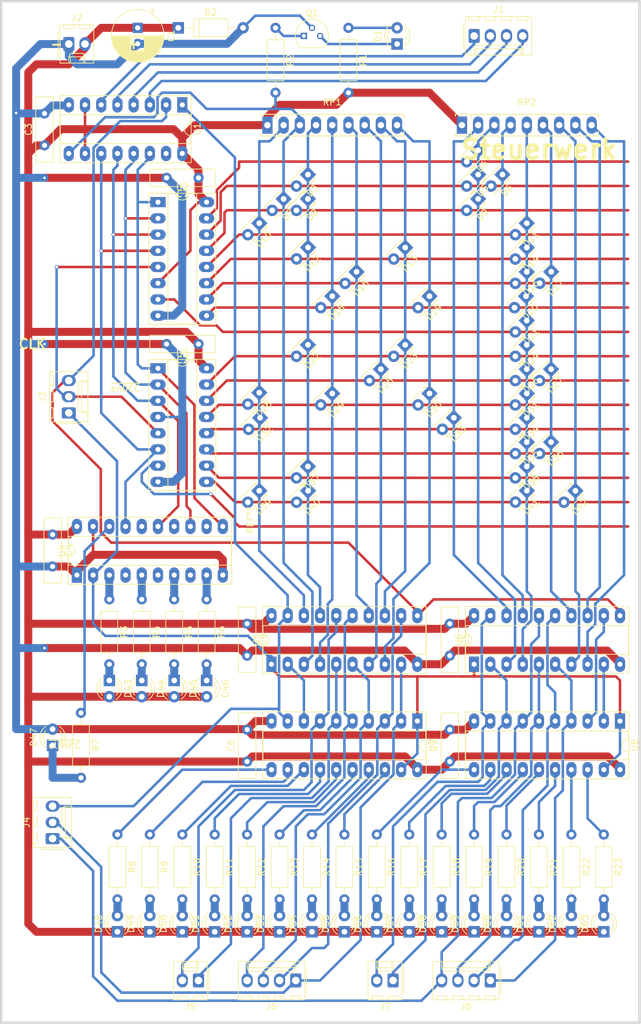
<source format=kicad_pcb>
(kicad_pcb (version 20171130) (host pcbnew "(5.1.7)-1")
  (layers (0 F.Cu signal) (31 B.Cu signal) (34 B.Paste user hide) (35 F.Paste user) (36 B.SilkS user) (37 F.SilkS user hide) (38 B.Mask user) (39 F.Mask user) (44 Edge.Cuts user))
  (net 0 "")
  (net 1 GND)
  (net 2 /Takt)
  (net 3 "Net-(R3-Pad1)")
  (net 4 "Net-(R4-Pad1)")
  (net 5 "Net-(R5-Pad1)")
  (net 6 "Net-(R6-Pad1)")
  (net 7 "Net-(R7-Pad1)")
  (net 8 "Net-(R8-Pad1)")
  (net 9 "Net-(R9-Pad1)")
  (net 10 "Net-(R10-Pad1)")
  (net 11 "Net-(R11-Pad1)")
  (net 12 "Net-(R13-Pad1)")
  (net 13 "Net-(R14-Pad1)")
  (net 14 "Net-(R15-Pad1)")
  (net 15 "Net-(Q1-Pad1)")
  (net 16 "Net-(R17-Pad1)")
  (net 17 "Net-(R19-Pad1)")
  (net 18 VCC)
  (net 19 /clrMPC)
  (net 20 /enAkku)
  (net 21 "Net-(R21-Pad1)")
  (net 22 /enDEC)
  (net 23 "Net-(J6-Pad2)")
  (net 24 "Net-(J7-Pad2)")
  (net 25 "Net-(D1-Pad1)")
  (net 26 "Net-(J1-Pad2)")
  (net 27 "Net-(J1-Pad1)")
  (net 28 /enSTW)
  (net 29 /loadIR)
  (net 30 "Net-(J8-Pad2)")
  (net 31 "Net-(J8-Pad1)")
  (net 32 "Net-(J1-Pad4)")
  (net 33 "Net-(J1-Pad3)")
  (net 34 /v0)
  (net 35 /h3)
  (net 36 /h10)
  (net 37 /h11)
  (net 38 /h14)
  (net 39 /v1)
  (net 40 /h2)
  (net 41 /v2)
  (net 42 /h1)
  (net 43 /h4)
  (net 44 /h8)
  (net 45 /h13)
  (net 46 /v3)
  (net 47 /h6)
  (net 48 /v4)
  (net 49 /h5)
  (net 50 /v5)
  (net 51 /h9)
  (net 52 /v6)
  (net 53 /v7)
  (net 54 /v8)
  (net 55 /v9)
  (net 56 /h0)
  (net 57 /v10)
  (net 58 /v11)
  (net 59 /h7)
  (net 60 /h12)
  (net 61 /v12)
  (net 62 /v13)
  (net 63 /v14)
  (net 64 /v15)
  (net 65 /h15)
  (net 66 "Net-(D1-Pad2)")
  (net 67 "Net-(D43-Pad1)")
  (net 68 "Net-(D44-Pad1)")
  (net 69 "Net-(D45-Pad1)")
  (net 70 "Net-(D46-Pad1)")
  (net 71 "Net-(D47-Pad1)")
  (net 72 "Net-(D48-Pad2)")
  (net 73 "Net-(D49-Pad2)")
  (net 74 "Net-(D50-Pad2)")
  (net 75 "Net-(D51-Pad2)")
  (net 76 "Net-(D52-Pad2)")
  (net 77 "Net-(D53-Pad2)")
  (net 78 "Net-(D54-Pad2)")
  (net 79 "Net-(D55-Pad2)")
  (net 80 "Net-(D56-Pad2)")
  (net 81 "Net-(D57-Pad2)")
  (net 82 "Net-(D58-Pad2)")
  (net 83 "Net-(D59-Pad2)")
  (net 84 "Net-(D60-Pad2)")
  (net 85 "Net-(D61-Pad2)")
  (net 86 "Net-(D62-Pad2)")
  (net 87 "Net-(D63-Pad2)")
  (net 88 "Net-(J5-Pad2)")
  (net 89 "Net-(J5-Pad1)")
  (net 90 "Net-(J6-Pad4)")
  (net 91 "Net-(J6-Pad3)")
  (net 92 "Net-(J7-Pad1)")
  (net 93 "Net-(J8-Pad3)")
  (net 94 "Net-(R12-Pad1)")
  (net 95 "Net-(R16-Pad1)")
  (net 96 "Net-(R18-Pad1)")
  (net 97 "Net-(R20-Pad1)")
  (net 98 "Net-(R22-Pad1)")
  (net 99 "Net-(R23-Pad1)")
  (net 100 "Net-(U1-Pad11)")
  (net 101 "Net-(U1-Pad12)")
  (net 102 "Net-(U1-Pad13)")
  (net 103 "Net-(U1-Pad14)")
  (net 104 "Net-(U1-Pad15)")
  (net 105 "Net-(U5-Pad2)")
  (net 106 "Net-(U6-Pad12)")
  (net 107 "Net-(U6-Pad9)")
  (module bonsai:LED_Diodenmatrix (layer F.Cu) (at 130.846 109.942998 225)
    (fp_text reference D42 (at 1.27 -2.26 45) (layer F.SilkS))
    (fp_text value Led_Small)
    (pad 2 thru_hole circle (at 2.54 0 225) (size 1.8 1.8) (drill 0.9) (layers *.Cu *.Mask) (net 38 /h14))
    (pad 1 thru_hole rect (at 0 0 225) (size 1.8 1.8) (drill 0.9) (layers *.Cu *.Mask) (net 62 /v13))
  )
  (module bonsai:LED_Diodenmatrix (layer F.Cu) (at 123.244051 109.924947 225)
    (fp_text reference D41 (at 1.27 -2.26 45) (layer F.SilkS))
    (fp_text value Led_Small)
    (pad 2 thru_hole circle (at 2.54 0 225) (size 1.8 1.8) (drill 0.9) (layers *.Cu *.Mask) (net 38 /h14))
    (pad 1 thru_hole rect (at 0 0 225) (size 1.8 1.8) (drill 0.9) (layers *.Cu *.Mask) (net 58 /v11))
  )
  (module bonsai:LED_Diodenmatrix (layer F.Cu) (at 88.954051 109.942998 225)
    (fp_text reference D40 (at 1.27 -2.26 45) (layer F.SilkS))
    (fp_text value Led_Small)
    (pad 2 thru_hole circle (at 2.54 0 225) (size 1.8 1.8) (drill 0.9) (layers *.Cu *.Mask) (net 38 /h14))
    (pad 1 thru_hole rect (at 0 0 225) (size 1.8 1.8) (drill 0.9) (layers *.Cu *.Mask) (net 41 /v2))
  )
  (module bonsai:LED_Diodenmatrix (layer F.Cu) (at 81.316 109.942998 225)
    (fp_text reference D39 (at 1.27 -2.26 45) (layer F.SilkS))
    (fp_text value Led_Small)
    (pad 2 thru_hole circle (at 2.54 0 225) (size 1.8 1.8) (drill 0.9) (layers *.Cu *.Mask) (net 38 /h14))
    (pad 1 thru_hole rect (at 0 0 225) (size 1.8 1.8) (drill 0.9) (layers *.Cu *.Mask) (net 34 /v0))
  )
  (module bonsai:LED_Diodenmatrix (layer F.Cu) (at 123.226 106.132998 225)
    (fp_text reference D38 (at 1.27 -2.26 45) (layer F.SilkS))
    (fp_text value Led_Small)
    (pad 2 thru_hole circle (at 2.54 0 225) (size 1.8 1.8) (drill 0.9) (layers *.Cu *.Mask) (net 45 /h13))
    (pad 1 thru_hole rect (at 0 0 225) (size 1.8 1.8) (drill 0.9) (layers *.Cu *.Mask) (net 58 /v11))
  )
  (module bonsai:LED_Diodenmatrix (layer F.Cu) (at 88.936 106.132998 225)
    (fp_text reference D37 (at 1.27 -2.26 45) (layer F.SilkS))
    (fp_text value Led_Small)
    (pad 2 thru_hole circle (at 2.54 0 225) (size 1.8 1.8) (drill 0.9) (layers *.Cu *.Mask) (net 45 /h13))
    (pad 1 thru_hole rect (at 0 0 225) (size 1.8 1.8) (drill 0.9) (layers *.Cu *.Mask) (net 41 /v2))
  )
  (module bonsai:LED_Diodenmatrix (layer F.Cu) (at 127.036 102.322998 225)
    (fp_text reference D36 (at 1.27 -2.26 45) (layer F.SilkS))
    (fp_text value Led_Small)
    (pad 2 thru_hole circle (at 2.54 0 225) (size 1.8 1.8) (drill 0.9) (layers *.Cu *.Mask) (net 60 /h12))
    (pad 1 thru_hole rect (at 0 0 225) (size 1.8 1.8) (drill 0.9) (layers *.Cu *.Mask) (net 61 /v12))
  )
  (module bonsai:LED_Diodenmatrix (layer F.Cu) (at 123.226 102.322998 225)
    (fp_text reference D35 (at 1.27 -2.26 45) (layer F.SilkS))
    (fp_text value Led_Small)
    (pad 2 thru_hole circle (at 2.54 0 225) (size 1.8 1.8) (drill 0.9) (layers *.Cu *.Mask) (net 60 /h12))
    (pad 1 thru_hole rect (at 0 0 225) (size 1.8 1.8) (drill 0.9) (layers *.Cu *.Mask) (net 58 /v11))
  )
  (module bonsai:LED_Diodenmatrix (layer F.Cu) (at 123.226 98.512998 225)
    (fp_text reference D34 (at 1.27 -2.26 45) (layer F.SilkS))
    (fp_text value Led_Small)
    (pad 2 thru_hole circle (at 2.54 0 225) (size 1.8 1.8) (drill 0.9) (layers *.Cu *.Mask) (net 37 /h11))
    (pad 1 thru_hole rect (at 0 0 225) (size 1.8 1.8) (drill 0.9) (layers *.Cu *.Mask) (net 58 /v11))
  )
  (module bonsai:LED_Diodenmatrix (layer F.Cu) (at 111.796 98.512998 225)
    (fp_text reference D33 (at 1.27 -2.26 45) (layer F.SilkS))
    (fp_text value Led_Small)
    (pad 2 thru_hole circle (at 2.54 0 225) (size 1.8 1.8) (drill 0.9) (layers *.Cu *.Mask) (net 37 /h11))
    (pad 1 thru_hole rect (at 0 0 225) (size 1.8 1.8) (drill 0.9) (layers *.Cu *.Mask) (net 54 /v8))
  )
  (module bonsai:LED_Diodenmatrix (layer F.Cu) (at 81.443 98.512998 225)
    (fp_text reference D32 (at 1.27 -2.26 45) (layer F.SilkS))
    (fp_text value Led_Small)
    (pad 2 thru_hole circle (at 2.54 0 225) (size 1.8 1.8) (drill 0.9) (layers *.Cu *.Mask) (net 37 /h11))
    (pad 1 thru_hole rect (at 0 0 225) (size 1.8 1.8) (drill 0.9) (layers *.Cu *.Mask) (net 34 /v0))
  )
  (module bonsai:LED_Diodenmatrix (layer F.Cu) (at 123.226 94.702998 225)
    (fp_text reference D31 (at 1.27 -2.26 45) (layer F.SilkS))
    (fp_text value Led_Small)
    (pad 2 thru_hole circle (at 2.54 0 225) (size 1.8 1.8) (drill 0.9) (layers *.Cu *.Mask) (net 36 /h10))
    (pad 1 thru_hole rect (at 0 0 225) (size 1.8 1.8) (drill 0.9) (layers *.Cu *.Mask) (net 58 /v11))
  )
  (module bonsai:LED_Diodenmatrix (layer F.Cu) (at 107.986 94.702998 225)
    (fp_text reference D30 (at 1.27 -2.26 45) (layer F.SilkS))
    (fp_text value Led_Small)
    (pad 2 thru_hole circle (at 2.54 0 225) (size 1.8 1.8) (drill 0.9) (layers *.Cu *.Mask) (net 36 /h10))
    (pad 1 thru_hole rect (at 0 0 225) (size 1.8 1.8) (drill 0.9) (layers *.Cu *.Mask) (net 53 /v7))
  )
  (module bonsai:LED_Diodenmatrix (layer F.Cu) (at 92.746 94.702998 225)
    (fp_text reference D29 (at 1.27 -2.26 45) (layer F.SilkS))
    (fp_text value Led_Small)
    (pad 2 thru_hole circle (at 2.54 0 225) (size 1.8 1.8) (drill 0.9) (layers *.Cu *.Mask) (net 36 /h10))
    (pad 1 thru_hole rect (at 0 0 225) (size 1.8 1.8) (drill 0.9) (layers *.Cu *.Mask) (net 46 /v3))
  )
  (module bonsai:LED_Diodenmatrix (layer F.Cu) (at 81.316 94.575998 225)
    (fp_text reference D28 (at 1.27 -2.26 45) (layer F.SilkS))
    (fp_text value Led_Small)
    (pad 2 thru_hole circle (at 2.54 0 225) (size 1.8 1.8) (drill 0.9) (layers *.Cu *.Mask) (net 36 /h10))
    (pad 1 thru_hole rect (at 0 0 225) (size 1.8 1.8) (drill 0.9) (layers *.Cu *.Mask) (net 34 /v0))
  )
  (module bonsai:LED_Diodenmatrix (layer F.Cu) (at 127.036 90.892998 225)
    (fp_text reference D27 (at 1.27 -2.26 45) (layer F.SilkS))
    (fp_text value Led_Small)
    (pad 2 thru_hole circle (at 2.54 0 225) (size 1.8 1.8) (drill 0.9) (layers *.Cu *.Mask) (net 51 /h9))
    (pad 1 thru_hole rect (at 0 0 225) (size 1.8 1.8) (drill 0.9) (layers *.Cu *.Mask) (net 61 /v12))
  )
  (module bonsai:LED_Diodenmatrix (layer F.Cu) (at 123.226 90.892998 225)
    (fp_text reference D26 (at 1.27 -2.26 45) (layer F.SilkS))
    (fp_text value Led_Small)
    (pad 2 thru_hole circle (at 2.54 0 225) (size 1.8 1.8) (drill 0.9) (layers *.Cu *.Mask) (net 51 /h9))
    (pad 1 thru_hole rect (at 0 0 225) (size 1.8 1.8) (drill 0.9) (layers *.Cu *.Mask) (net 58 /v11))
  )
  (module bonsai:LED_Diodenmatrix (layer F.Cu) (at 100.366 90.892998 225)
    (fp_text reference D25 (at 1.27 -2.26 45) (layer F.SilkS))
    (fp_text value Led_Small)
    (pad 2 thru_hole circle (at 2.54 0 225) (size 1.8 1.8) (drill 0.9) (layers *.Cu *.Mask) (net 51 /h9))
    (pad 1 thru_hole rect (at 0 0 225) (size 1.8 1.8) (drill 0.9) (layers *.Cu *.Mask) (net 50 /v5))
  )
  (module bonsai:LED_Diodenmatrix (layer F.Cu) (at 123.226 87.082998 225)
    (fp_text reference D24 (at 1.27 -2.26 45) (layer F.SilkS))
    (fp_text value Led_Small)
    (pad 2 thru_hole circle (at 2.54 0 225) (size 1.8 1.8) (drill 0.9) (layers *.Cu *.Mask) (net 44 /h8))
    (pad 1 thru_hole rect (at 0 0 225) (size 1.8 1.8) (drill 0.9) (layers *.Cu *.Mask) (net 58 /v11))
  )
  (module bonsai:LED_Diodenmatrix (layer F.Cu) (at 104.176 87.082998 225)
    (fp_text reference D23 (at 1.27 -2.26 45) (layer F.SilkS))
    (fp_text value Led_Small)
    (pad 2 thru_hole circle (at 2.54 0 225) (size 1.8 1.8) (drill 0.9) (layers *.Cu *.Mask) (net 44 /h8))
    (pad 1 thru_hole rect (at 0 0 225) (size 1.8 1.8) (drill 0.9) (layers *.Cu *.Mask) (net 52 /v6))
  )
  (module bonsai:LED_Diodenmatrix (layer F.Cu) (at 88.936 87.082998 225)
    (fp_text reference D22 (at 1.27 -2.26 45) (layer F.SilkS))
    (fp_text value Led_Small)
    (pad 2 thru_hole circle (at 2.54 0 225) (size 1.8 1.8) (drill 0.9) (layers *.Cu *.Mask) (net 44 /h8))
    (pad 1 thru_hole rect (at 0 0 225) (size 1.8 1.8) (drill 0.9) (layers *.Cu *.Mask) (net 41 /v2))
  )
  (module bonsai:LED_Diodenmatrix (layer F.Cu) (at 123.226 83.272998 225)
    (fp_text reference D21 (at 1.27 -2.26 45) (layer F.SilkS))
    (fp_text value Led_Small)
    (pad 2 thru_hole circle (at 2.54 0 225) (size 1.8 1.8) (drill 0.9) (layers *.Cu *.Mask) (net 59 /h7))
    (pad 1 thru_hole rect (at 0 0 225) (size 1.8 1.8) (drill 0.9) (layers *.Cu *.Mask) (net 58 /v11))
  )
  (module bonsai:LED_Diodenmatrix (layer F.Cu) (at 123.099 79.462998 225)
    (fp_text reference D20 (at 1.27 -2.26 45) (layer F.SilkS))
    (fp_text value Led_Small)
    (pad 2 thru_hole circle (at 2.54 0 225) (size 1.8 1.8) (drill 0.9) (layers *.Cu *.Mask) (net 47 /h6))
    (pad 1 thru_hole rect (at 0 0 225) (size 1.8 1.8) (drill 0.9) (layers *.Cu *.Mask) (net 58 /v11))
  )
  (module bonsai:LED_Diodenmatrix (layer F.Cu) (at 107.986 79.462998 225)
    (fp_text reference D19 (at 1.27 -2.26 45) (layer F.SilkS))
    (fp_text value Led_Small)
    (pad 2 thru_hole circle (at 2.54 0 225) (size 1.8 1.8) (drill 0.9) (layers *.Cu *.Mask) (net 47 /h6))
    (pad 1 thru_hole rect (at 0 0 225) (size 1.8 1.8) (drill 0.9) (layers *.Cu *.Mask) (net 53 /v7))
  )
  (module bonsai:LED_Diodenmatrix (layer F.Cu) (at 92.746 79.462998 225)
    (fp_text reference D18 (at 1.27 -2.26 45) (layer F.SilkS))
    (fp_text value Led_Small)
    (pad 2 thru_hole circle (at 2.54 0 225) (size 1.8 1.8) (drill 0.9) (layers *.Cu *.Mask) (net 47 /h6))
    (pad 1 thru_hole rect (at 0 0 225) (size 1.8 1.8) (drill 0.9) (layers *.Cu *.Mask) (net 46 /v3))
  )
  (module bonsai:LED_Diodenmatrix (layer F.Cu) (at 127.054051 75.634947 225)
    (fp_text reference D17 (at 1.27 -2.26 45) (layer F.SilkS))
    (fp_text value Led_Small)
    (pad 2 thru_hole circle (at 2.54 0 225) (size 1.8 1.8) (drill 0.9) (layers *.Cu *.Mask) (net 49 /h5))
    (pad 1 thru_hole rect (at 0 0 225) (size 1.8 1.8) (drill 0.9) (layers *.Cu *.Mask) (net 61 /v12))
  )
  (module bonsai:LED_Diodenmatrix (layer F.Cu) (at 123.226 75.652998 225)
    (fp_text reference D16 (at 1.27 -2.26 45) (layer F.SilkS))
    (fp_text value Led_Small)
    (pad 2 thru_hole circle (at 2.54 0 225) (size 1.8 1.8) (drill 0.9) (layers *.Cu *.Mask) (net 49 /h5))
    (pad 1 thru_hole rect (at 0 0 225) (size 1.8 1.8) (drill 0.9) (layers *.Cu *.Mask) (net 58 /v11))
  )
  (module bonsai:LED_Diodenmatrix (layer F.Cu) (at 96.556 75.652998 225)
    (fp_text reference D15 (at 1.27 -2.26 45) (layer F.SilkS))
    (fp_text value Led_Small)
    (pad 2 thru_hole circle (at 2.54 0 225) (size 1.8 1.8) (drill 0.9) (layers *.Cu *.Mask) (net 49 /h5))
    (pad 1 thru_hole rect (at 0 0 225) (size 1.8 1.8) (drill 0.9) (layers *.Cu *.Mask) (net 48 /v4))
  )
  (module bonsai:LED_Diodenmatrix (layer F.Cu) (at 123.226 71.842998 225)
    (fp_text reference D14 (at 1.27 -2.26 45) (layer F.SilkS))
    (fp_text value Led_Small)
    (pad 2 thru_hole circle (at 2.54 0 225) (size 1.8 1.8) (drill 0.9) (layers *.Cu *.Mask) (net 43 /h4))
    (pad 1 thru_hole rect (at 0 0 225) (size 1.8 1.8) (drill 0.9) (layers *.Cu *.Mask) (net 58 /v11))
  )
  (module bonsai:LED_Diodenmatrix (layer F.Cu) (at 104.176 71.842998 225)
    (fp_text reference D13 (at 1.27 -2.26 45) (layer F.SilkS))
    (fp_text value Led_Small)
    (pad 2 thru_hole circle (at 2.54 0 225) (size 1.8 1.8) (drill 0.9) (layers *.Cu *.Mask) (net 43 /h4))
    (pad 1 thru_hole rect (at 0 0 225) (size 1.8 1.8) (drill 0.9) (layers *.Cu *.Mask) (net 52 /v6))
  )
  (module bonsai:LED_Diodenmatrix (layer F.Cu) (at 88.954051 71.824947 225)
    (fp_text reference D12 (at 1.27 -2.26 45) (layer F.SilkS))
    (fp_text value Led_Small)
    (pad 2 thru_hole circle (at 2.54 0 225) (size 1.8 1.8) (drill 0.9) (layers *.Cu *.Mask) (net 43 /h4))
    (pad 1 thru_hole rect (at 0 0 225) (size 1.8 1.8) (drill 0.9) (layers *.Cu *.Mask) (net 41 /v2))
  )
  (module bonsai:LED_Diodenmatrix (layer F.Cu) (at 123.226 68.032998 225)
    (fp_text reference D11 (at 1.27 -2.26 45) (layer F.SilkS))
    (fp_text value Led_Small)
    (pad 2 thru_hole circle (at 2.54 0 225) (size 1.8 1.8) (drill 0.9) (layers *.Cu *.Mask) (net 35 /h3))
    (pad 1 thru_hole rect (at 0 0 225) (size 1.8 1.8) (drill 0.9) (layers *.Cu *.Mask) (net 58 /v11))
  )
  (module bonsai:LED_Diodenmatrix (layer F.Cu) (at 81.316 68.032998 225)
    (fp_text reference D10 (at 1.27 -2.26 45) (layer F.SilkS))
    (fp_text value Led_Small)
    (pad 2 thru_hole circle (at 2.54 0 225) (size 1.8 1.8) (drill 0.9) (layers *.Cu *.Mask) (net 35 /h3))
    (pad 1 thru_hole rect (at 0 0 225) (size 1.8 1.8) (drill 0.9) (layers *.Cu *.Mask) (net 34 /v0))
  )
  (module bonsai:LED_Diodenmatrix (layer F.Cu) (at 115.606 64.222998 225)
    (fp_text reference D9 (at 1.27 -2.26 45) (layer F.SilkS))
    (fp_text value Led_Small)
    (pad 2 thru_hole circle (at 2.54 0 225) (size 1.8 1.8) (drill 0.9) (layers *.Cu *.Mask) (net 40 /h2))
    (pad 1 thru_hole rect (at 0 0 225) (size 1.8 1.8) (drill 0.9) (layers *.Cu *.Mask) (net 55 /v9))
  )
  (module bonsai:LED_Diodenmatrix (layer F.Cu) (at 88.936 64.222998 225)
    (fp_text reference D8 (at 1.27 -2.26 45) (layer F.SilkS))
    (fp_text value Led_Small)
    (pad 2 thru_hole circle (at 2.54 0 225) (size 1.8 1.8) (drill 0.9) (layers *.Cu *.Mask) (net 40 /h2))
    (pad 1 thru_hole rect (at 0 0 225) (size 1.8 1.8) (drill 0.9) (layers *.Cu *.Mask) (net 41 /v2))
  )
  (module bonsai:LED_Diodenmatrix (layer F.Cu) (at 85.126 64.222998 225)
    (fp_text reference D7 (at 1.27 -2.26 45) (layer F.SilkS))
    (fp_text value Led_Small)
    (pad 2 thru_hole circle (at 2.54 0 225) (size 1.8 1.8) (drill 0.9) (layers *.Cu *.Mask) (net 40 /h2))
    (pad 1 thru_hole rect (at 0 0 225) (size 1.8 1.8) (drill 0.9) (layers *.Cu *.Mask) (net 39 /v1))
  )
  (module bonsai:LED_Diodenmatrix (layer F.Cu) (at 119.416 60.412998 225)
    (fp_text reference D6 (at 1.27 -2.26 45) (layer F.SilkS))
    (fp_text value Led_Small)
    (pad 2 thru_hole circle (at 2.54 0 225) (size 1.8 1.8) (drill 0.9) (layers *.Cu *.Mask) (net 42 /h1))
    (pad 1 thru_hole rect (at 0 0 225) (size 1.8 1.8) (drill 0.9) (layers *.Cu *.Mask) (net 57 /v10))
  )
  (module bonsai:LED_Diodenmatrix (layer F.Cu) (at 115.606 60.412998 225)
    (fp_text reference D5 (at 1.27 -2.26 45) (layer F.SilkS))
    (fp_text value Led_Small)
    (pad 2 thru_hole circle (at 2.54 0 225) (size 1.8 1.8) (drill 0.9) (layers *.Cu *.Mask) (net 42 /h1))
    (pad 1 thru_hole rect (at 0 0 225) (size 1.8 1.8) (drill 0.9) (layers *.Cu *.Mask) (net 55 /v9))
  )
  (module bonsai:LED_Diodenmatrix (layer F.Cu) (at 115.606 56.602998 225)
    (fp_text reference D4 (at 1.27 -2.26 45) (layer F.SilkS))
    (fp_text value Led_Small)
    (pad 2 thru_hole circle (at 2.54 0 225) (size 1.8 1.8) (drill 0.9) (layers *.Cu *.Mask) (net 56 /h0))
    (pad 1 thru_hole rect (at 0 0 225) (size 1.8 1.8) (drill 0.9) (layers *.Cu *.Mask) (net 55 /v9))
  )
  (module bonsai:LED_Diodenmatrix (layer F.Cu) (at 88.936 60.412998 225)
    (fp_text reference D3 (at 1.27 -2.26 45) (layer F.SilkS))
    (fp_text value Led_Small)
    (pad 2 thru_hole circle (at 2.54 0 225) (size 1.8 1.8) (drill 0.9) (layers *.Cu *.Mask) (net 42 /h1))
    (pad 1 thru_hole rect (at 0 0 225) (size 1.8 1.8) (drill 0.9) (layers *.Cu *.Mask) (net 41 /v2))
  )
  (module Capacitor_THT:CP_Radial_D8.0mm_P2.50mm (layer F.Cu) (at 62.266 37.425998 270)
    (fp_text reference C1 (at 1.25 -5.25 90) (layer F.SilkS))
    (fp_text value 100u)
    (pad 2 thru_hole circle (at 2.5 0 270) (size 1.6 1.6) (drill 0.8) (layers *.Cu *.Mask) (net 1 GND))
    (pad 1 thru_hole rect (at 0 0 270) (size 1.6 1.6) (drill 0.8) (layers *.Cu *.Mask) (net 18 VCC))
  )
  (module LED_THT:LED_D3.0mm (layer F.Cu) (at 64.171 179.030998 90)
    (fp_text reference D49 (at 1.27 -2.96 90) (layer F.SilkS))
    (fp_text value LED)
    (pad 2 thru_hole circle (at 2.54 0 90) (size 1.8 1.8) (drill 0.9) (layers *.Cu *.Mask) (net 73 "Net-(D49-Pad2)"))
    (pad 1 thru_hole rect (at 0 0 90) (size 1.8 1.8) (drill 0.9) (layers *.Cu *.Mask) (net 18 VCC))
  )
  (module LED_THT:LED_D3.0mm (layer F.Cu) (at 59.091 179.030998 90)
    (fp_text reference D48 (at 1.27 -2.96 90) (layer F.SilkS))
    (fp_text value LED)
    (pad 2 thru_hole circle (at 2.54 0 90) (size 1.8 1.8) (drill 0.9) (layers *.Cu *.Mask) (net 72 "Net-(D48-Pad2)"))
    (pad 1 thru_hole rect (at 0 0 90) (size 1.8 1.8) (drill 0.9) (layers *.Cu *.Mask) (net 18 VCC))
  )
  (module LED_THT:LED_D3.0mm (layer F.Cu) (at 48.931 149.820998 90)
    (fp_text reference D47 (at 1.27 -2.96 90) (layer F.SilkS))
    (fp_text value LED)
    (pad 2 thru_hole circle (at 2.54 0 90) (size 1.8 1.8) (drill 0.9) (layers *.Cu *.Mask) (net 1 GND))
    (pad 1 thru_hole rect (at 0 0 90) (size 1.8 1.8) (drill 0.9) (layers *.Cu *.Mask) (net 71 "Net-(D47-Pad1)"))
  )
  (module LED_THT:LED_D3.0mm (layer F.Cu) (at 135.291 179.030998 90)
    (fp_text reference D63 (at 1.27 -2.96 90) (layer F.SilkS))
    (fp_text value LED)
    (pad 2 thru_hole circle (at 2.54 0 90) (size 1.8 1.8) (drill 0.9) (layers *.Cu *.Mask) (net 87 "Net-(D63-Pad2)"))
    (pad 1 thru_hole rect (at 0 0 90) (size 1.8 1.8) (drill 0.9) (layers *.Cu *.Mask) (net 18 VCC))
  )
  (module LED_THT:LED_D3.0mm (layer F.Cu) (at 130.211 179.030998 90)
    (fp_text reference D62 (at 1.27 -2.96 90) (layer F.SilkS))
    (fp_text value LED)
    (pad 2 thru_hole circle (at 2.54 0 90) (size 1.8 1.8) (drill 0.9) (layers *.Cu *.Mask) (net 86 "Net-(D62-Pad2)"))
    (pad 1 thru_hole rect (at 0 0 90) (size 1.8 1.8) (drill 0.9) (layers *.Cu *.Mask) (net 18 VCC))
  )
  (module LED_THT:LED_D3.0mm (layer F.Cu) (at 125.131 179.030998 90)
    (fp_text reference D61 (at 1.27 -2.96 90) (layer F.SilkS))
    (fp_text value LED)
    (pad 2 thru_hole circle (at 2.54 0 90) (size 1.8 1.8) (drill 0.9) (layers *.Cu *.Mask) (net 85 "Net-(D61-Pad2)"))
    (pad 1 thru_hole rect (at 0 0 90) (size 1.8 1.8) (drill 0.9) (layers *.Cu *.Mask) (net 18 VCC))
  )
  (module LED_THT:LED_D3.0mm (layer F.Cu) (at 120.051 179.030998 90)
    (fp_text reference D60 (at 1.27 -2.96 90) (layer F.SilkS))
    (fp_text value LED)
    (pad 2 thru_hole circle (at 2.54 0 90) (size 1.8 1.8) (drill 0.9) (layers *.Cu *.Mask) (net 84 "Net-(D60-Pad2)"))
    (pad 1 thru_hole rect (at 0 0 90) (size 1.8 1.8) (drill 0.9) (layers *.Cu *.Mask) (net 18 VCC))
  )
  (module LED_THT:LED_D3.0mm (layer F.Cu) (at 114.971 179.030998 90)
    (fp_text reference D59 (at 1.27 -2.96 90) (layer F.SilkS))
    (fp_text value LED)
    (pad 2 thru_hole circle (at 2.54 0 90) (size 1.8 1.8) (drill 0.9) (layers *.Cu *.Mask) (net 83 "Net-(D59-Pad2)"))
    (pad 1 thru_hole rect (at 0 0 90) (size 1.8 1.8) (drill 0.9) (layers *.Cu *.Mask) (net 18 VCC))
  )
  (module LED_THT:LED_D3.0mm (layer F.Cu) (at 109.891 179.030998 90)
    (fp_text reference D58 (at 1.27 -2.96 90) (layer F.SilkS))
    (fp_text value LED)
    (pad 2 thru_hole circle (at 2.54 0 90) (size 1.8 1.8) (drill 0.9) (layers *.Cu *.Mask) (net 82 "Net-(D58-Pad2)"))
    (pad 1 thru_hole rect (at 0 0 90) (size 1.8 1.8) (drill 0.9) (layers *.Cu *.Mask) (net 18 VCC))
  )
  (module LED_THT:LED_D3.0mm (layer F.Cu) (at 104.811 179.030998 90)
    (fp_text reference D57 (at 1.27 -2.96 90) (layer F.SilkS))
    (fp_text value LED)
    (pad 2 thru_hole circle (at 2.54 0 90) (size 1.8 1.8) (drill 0.9) (layers *.Cu *.Mask) (net 81 "Net-(D57-Pad2)"))
    (pad 1 thru_hole rect (at 0 0 90) (size 1.8 1.8) (drill 0.9) (layers *.Cu *.Mask) (net 18 VCC))
  )
  (module LED_THT:LED_D3.0mm (layer F.Cu) (at 99.731 179.030998 90)
    (fp_text reference D56 (at 1.27 -2.96 90) (layer F.SilkS))
    (fp_text value LED)
    (pad 2 thru_hole circle (at 2.54 0 90) (size 1.8 1.8) (drill 0.9) (layers *.Cu *.Mask) (net 80 "Net-(D56-Pad2)"))
    (pad 1 thru_hole rect (at 0 0 90) (size 1.8 1.8) (drill 0.9) (layers *.Cu *.Mask) (net 18 VCC))
  )
  (module LED_THT:LED_D3.0mm (layer F.Cu) (at 94.651 179.030998 90)
    (fp_text reference D55 (at 1.27 -2.96 90) (layer F.SilkS))
    (fp_text value LED)
    (pad 2 thru_hole circle (at 2.54 0 90) (size 1.8 1.8) (drill 0.9) (layers *.Cu *.Mask) (net 79 "Net-(D55-Pad2)"))
    (pad 1 thru_hole rect (at 0 0 90) (size 1.8 1.8) (drill 0.9) (layers *.Cu *.Mask) (net 18 VCC))
  )
  (module LED_THT:LED_D3.0mm (layer F.Cu) (at 102.906 39.965998 90)
    (fp_text reference D1 (at 1.27 -2.96 90) (layer F.SilkS))
    (fp_text value LED)
    (pad 2 thru_hole circle (at 2.54 0 90) (size 1.8 1.8) (drill 0.9) (layers *.Cu *.Mask) (net 66 "Net-(D1-Pad2)"))
    (pad 1 thru_hole rect (at 0 0 90) (size 1.8 1.8) (drill 0.9) (layers *.Cu *.Mask) (net 25 "Net-(D1-Pad1)"))
  )
  (module LED_THT:LED_D3.0mm (layer F.Cu) (at 89.571 179.030998 90)
    (fp_text reference D54 (at 1.27 -2.96 90) (layer F.SilkS))
    (fp_text value LED)
    (pad 2 thru_hole circle (at 2.54 0 90) (size 1.8 1.8) (drill 0.9) (layers *.Cu *.Mask) (net 78 "Net-(D54-Pad2)"))
    (pad 1 thru_hole rect (at 0 0 90) (size 1.8 1.8) (drill 0.9) (layers *.Cu *.Mask) (net 18 VCC))
  )
  (module LED_THT:LED_D3.0mm (layer F.Cu) (at 84.491 179.030998 90)
    (fp_text reference D53 (at 1.27 -2.96 90) (layer F.SilkS))
    (fp_text value LED)
    (pad 2 thru_hole circle (at 2.54 0 90) (size 1.8 1.8) (drill 0.9) (layers *.Cu *.Mask) (net 77 "Net-(D53-Pad2)"))
    (pad 1 thru_hole rect (at 0 0 90) (size 1.8 1.8) (drill 0.9) (layers *.Cu *.Mask) (net 18 VCC))
  )
  (module LED_THT:LED_D3.0mm (layer F.Cu) (at 73.061 139.660998 270)
    (fp_text reference D46 (at 1.27 -2.96 90) (layer F.SilkS))
    (fp_text value LED)
    (pad 2 thru_hole circle (at 2.54 0 270) (size 1.8 1.8) (drill 0.9) (layers *.Cu *.Mask) (net 18 VCC))
    (pad 1 thru_hole rect (at 0 0 270) (size 1.8 1.8) (drill 0.9) (layers *.Cu *.Mask) (net 70 "Net-(D46-Pad1)"))
  )
  (module LED_THT:LED_D3.0mm (layer F.Cu) (at 79.411 179.030998 90)
    (fp_text reference D52 (at 1.27 -2.96 90) (layer F.SilkS))
    (fp_text value LED)
    (pad 2 thru_hole circle (at 2.54 0 90) (size 1.8 1.8) (drill 0.9) (layers *.Cu *.Mask) (net 76 "Net-(D52-Pad2)"))
    (pad 1 thru_hole rect (at 0 0 90) (size 1.8 1.8) (drill 0.9) (layers *.Cu *.Mask) (net 18 VCC))
  )
  (module LED_THT:LED_D3.0mm (layer F.Cu) (at 67.981 139.660998 270)
    (fp_text reference D45 (at 1.27 -2.96 90) (layer F.SilkS))
    (fp_text value LED)
    (pad 2 thru_hole circle (at 2.54 0 270) (size 1.8 1.8) (drill 0.9) (layers *.Cu *.Mask) (net 18 VCC))
    (pad 1 thru_hole rect (at 0 0 270) (size 1.8 1.8) (drill 0.9) (layers *.Cu *.Mask) (net 69 "Net-(D45-Pad1)"))
  )
  (module LED_THT:LED_D3.0mm (layer F.Cu) (at 74.331 179.030998 90)
    (fp_text reference D51 (at 1.27 -2.96 90) (layer F.SilkS))
    (fp_text value LED)
    (pad 2 thru_hole circle (at 2.54 0 90) (size 1.8 1.8) (drill 0.9) (layers *.Cu *.Mask) (net 75 "Net-(D51-Pad2)"))
    (pad 1 thru_hole rect (at 0 0 90) (size 1.8 1.8) (drill 0.9) (layers *.Cu *.Mask) (net 18 VCC))
  )
  (module LED_THT:LED_D3.0mm (layer F.Cu) (at 62.901 139.660998 270)
    (fp_text reference D44 (at 1.27 -2.96 90) (layer F.SilkS))
    (fp_text value LED)
    (pad 2 thru_hole circle (at 2.54 0 270) (size 1.8 1.8) (drill 0.9) (layers *.Cu *.Mask) (net 18 VCC))
    (pad 1 thru_hole rect (at 0 0 270) (size 1.8 1.8) (drill 0.9) (layers *.Cu *.Mask) (net 68 "Net-(D44-Pad1)"))
  )
  (module LED_THT:LED_D3.0mm (layer F.Cu) (at 69.251 179.030998 90)
    (fp_text reference D50 (at 1.27 -2.96 90) (layer F.SilkS))
    (fp_text value LED)
    (pad 2 thru_hole circle (at 2.54 0 90) (size 1.8 1.8) (drill 0.9) (layers *.Cu *.Mask) (net 74 "Net-(D50-Pad2)"))
    (pad 1 thru_hole rect (at 0 0 90) (size 1.8 1.8) (drill 0.9) (layers *.Cu *.Mask) (net 18 VCC))
  )
  (module LED_THT:LED_D3.0mm (layer F.Cu) (at 57.821 139.660998 270)
    (fp_text reference D43 (at 1.27 -2.96 90) (layer F.SilkS))
    (fp_text value LED)
    (pad 2 thru_hole circle (at 2.54 0 270) (size 1.8 1.8) (drill 0.9) (layers *.Cu *.Mask) (net 18 VCC))
    (pad 1 thru_hole rect (at 0 0 270) (size 1.8 1.8) (drill 0.9) (layers *.Cu *.Mask) (net 67 "Net-(D43-Pad1)"))
  )
  (module Housings_DIP:DIP-16_W7.62mm_Socket_LongPads (layer F.Cu) (at 69.251 49.490998 270)
    (fp_text reference U1 (at 3.81 -2.33 270) (layer F.SilkS))
    (fp_text value 74LS161)
    (pad 1 thru_hole rect (at 0 0 270) (size 2.4 1.6) (drill 0.8) (layers *.Cu *.Mask) (net 19 /clrMPC))
    (pad 9 thru_hole oval (at 7.62 17.78 270) (size 2.4 1.6) (drill 0.8) (layers *.Cu *.Mask) (net 39 /v1))
    (pad 2 thru_hole oval (at 0 2.54 270) (size 2.4 1.6) (drill 0.8) (layers *.Cu *.Mask) (net 2 /Takt))
    (pad 10 thru_hole oval (at 7.62 15.24 270) (size 2.4 1.6) (drill 0.8) (layers *.Cu *.Mask) (net 18 VCC))
    (pad 3 thru_hole oval (at 0 5.08 270) (size 2.4 1.6) (drill 0.8) (layers *.Cu *.Mask) (net 32 "Net-(J1-Pad4)"))
    (pad 11 thru_hole oval (at 7.62 12.7 270) (size 2.4 1.6) (drill 0.8) (layers *.Cu *.Mask) (net 100 "Net-(U1-Pad11)"))
    (pad 4 thru_hole oval (at 0 7.62 270) (size 2.4 1.6) (drill 0.8) (layers *.Cu *.Mask) (net 33 "Net-(J1-Pad3)"))
    (pad 12 thru_hole oval (at 7.62 10.16 270) (size 2.4 1.6) (drill 0.8) (layers *.Cu *.Mask) (net 101 "Net-(U1-Pad12)"))
    (pad 5 thru_hole oval (at 0 10.16 270) (size 2.4 1.6) (drill 0.8) (layers *.Cu *.Mask) (net 26 "Net-(J1-Pad2)"))
    (pad 13 thru_hole oval (at 7.62 7.62 270) (size 2.4 1.6) (drill 0.8) (layers *.Cu *.Mask) (net 102 "Net-(U1-Pad13)"))
    (pad 6 thru_hole oval (at 0 12.7 270) (size 2.4 1.6) (drill 0.8) (layers *.Cu *.Mask) (net 27 "Net-(J1-Pad1)"))
    (pad 14 thru_hole oval (at 7.62 5.08 270) (size 2.4 1.6) (drill 0.8) (layers *.Cu *.Mask) (net 103 "Net-(U1-Pad14)"))
    (pad 7 thru_hole oval (at 0 15.24 270) (size 2.4 1.6) (drill 0.8) (layers *.Cu *.Mask) (net 18 VCC))
    (pad 15 thru_hole oval (at 7.62 2.54 270) (size 2.4 1.6) (drill 0.8) (layers *.Cu *.Mask) (net 104 "Net-(U1-Pad15)"))
    (pad 8 thru_hole oval (at 0 17.78 270) (size 2.4 1.6) (drill 0.8) (layers *.Cu *.Mask) (net 1 GND))
    (pad 16 thru_hole oval (at 7.62 0 270) (size 2.4 1.6) (drill 0.8) (layers *.Cu *.Mask) (net 18 VCC))
  )
  (module Package_DIP:DIP-20_W7.62mm_Socket_LongPads (layer F.Cu) (at 52.741 123.150998 90)
    (fp_text reference U4 (at 3.81 -2.33 90) (layer F.SilkS))
    (fp_text value 74240)
    (pad 20 thru_hole oval (at 7.62 0 90) (size 2.4 1.6) (drill 0.8) (layers *.Cu *.Mask) (net 18 VCC))
    (pad 10 thru_hole oval (at 0 22.86 90) (size 2.4 1.6) (drill 0.8) (layers *.Cu *.Mask) (net 1 GND))
    (pad 19 thru_hole oval (at 7.62 2.54 90) (size 2.4 1.6) (drill 0.8) (layers *.Cu *.Mask) (net 1 GND))
    (pad 9 thru_hole oval (at 0 20.32 90) (size 2.4 1.6) (drill 0.8) (layers *.Cu *.Mask) (net 6 "Net-(R6-Pad1)"))
    (pad 18 thru_hole oval (at 7.62 5.08 90) (size 2.4 1.6) (drill 0.8) (layers *.Cu *.Mask) (net 7 "Net-(R7-Pad1)"))
    (pad 8 thru_hole oval (at 0 17.78 90) (size 2.4 1.6) (drill 0.8) (layers *.Cu *.Mask))
    (pad 17 thru_hole oval (at 7.62 7.62 90) (size 2.4 1.6) (drill 0.8) (layers *.Cu *.Mask) (net 100 "Net-(U1-Pad11)"))
    (pad 7 thru_hole oval (at 0 15.24 90) (size 2.4 1.6) (drill 0.8) (layers *.Cu *.Mask) (net 5 "Net-(R5-Pad1)"))
    (pad 16 thru_hole oval (at 7.62 10.16 90) (size 2.4 1.6) (drill 0.8) (layers *.Cu *.Mask))
    (pad 6 thru_hole oval (at 0 12.7 90) (size 2.4 1.6) (drill 0.8) (layers *.Cu *.Mask))
    (pad 15 thru_hole oval (at 7.62 12.7 90) (size 2.4 1.6) (drill 0.8) (layers *.Cu *.Mask) (net 101 "Net-(U1-Pad12)"))
    (pad 5 thru_hole oval (at 0 10.16 90) (size 2.4 1.6) (drill 0.8) (layers *.Cu *.Mask) (net 4 "Net-(R4-Pad1)"))
    (pad 14 thru_hole oval (at 7.62 15.24 90) (size 2.4 1.6) (drill 0.8) (layers *.Cu *.Mask))
    (pad 4 thru_hole oval (at 0 7.62 90) (size 2.4 1.6) (drill 0.8) (layers *.Cu *.Mask))
    (pad 13 thru_hole oval (at 7.62 17.78 90) (size 2.4 1.6) (drill 0.8) (layers *.Cu *.Mask) (net 102 "Net-(U1-Pad13)"))
    (pad 3 thru_hole oval (at 0 5.08 90) (size 2.4 1.6) (drill 0.8) (layers *.Cu *.Mask) (net 3 "Net-(R3-Pad1)"))
    (pad 12 thru_hole oval (at 7.62 20.32 90) (size 2.4 1.6) (drill 0.8) (layers *.Cu *.Mask))
    (pad 2 thru_hole oval (at 0 2.54 90) (size 2.4 1.6) (drill 0.8) (layers *.Cu *.Mask) (net 28 /enSTW))
    (pad 11 thru_hole oval (at 7.62 22.86 90) (size 2.4 1.6) (drill 0.8) (layers *.Cu *.Mask) (net 103 "Net-(U1-Pad14)"))
    (pad 1 thru_hole rect (at 0 0 90) (size 2.4 1.6) (drill 0.8) (layers *.Cu *.Mask) (net 1 GND))
  )
  (module Capacitor_THT:C_Disc_D10.0mm_W2.5mm_P5.00mm (layer F.Cu) (at 71.791 60.920998 180)
    (fp_text reference C7 (at 2.5 -2.5) (layer F.SilkS))
    (fp_text value 100n)
    (pad 2 thru_hole circle (at 5 0 180) (size 1.6 1.6) (drill 0.8) (layers *.Cu *.Mask) (net 1 GND))
    (pad 1 thru_hole circle (at 0 0 180) (size 1.6 1.6) (drill 0.8) (layers *.Cu *.Mask) (net 18 VCC))
  )
  (module Capacitor_THT:C_Disc_D10.0mm_W2.5mm_P5.00mm (layer F.Cu) (at 79.411 152.360998 90)
    (fp_text reference C6 (at 2.5 -2.5 90) (layer F.SilkS))
    (fp_text value 100n)
    (pad 2 thru_hole circle (at 5 0 90) (size 1.6 1.6) (drill 0.8) (layers *.Cu *.Mask) (net 1 GND))
    (pad 1 thru_hole circle (at 0 0 90) (size 1.6 1.6) (drill 0.8) (layers *.Cu *.Mask) (net 18 VCC))
  )
  (module Capacitor_THT:C_Disc_D10.0mm_W2.5mm_P5.00mm (layer F.Cu) (at 111.161 130.770998 270)
    (fp_text reference C5 (at 2.5 -2.5 90) (layer F.SilkS))
    (fp_text value 100n)
    (pad 2 thru_hole circle (at 5 0 270) (size 1.6 1.6) (drill 0.8) (layers *.Cu *.Mask) (net 1 GND))
    (pad 1 thru_hole circle (at 0 0 270) (size 1.6 1.6) (drill 0.8) (layers *.Cu *.Mask) (net 18 VCC))
  )
  (module Capacitor_THT:C_Disc_D10.0mm_W2.5mm_P5.00mm (layer F.Cu) (at 48.931 116.800998 270)
    (fp_text reference C4 (at 2.5 -2.5 90) (layer F.SilkS))
    (fp_text value 100n)
    (pad 2 thru_hole circle (at 5 0 270) (size 1.6 1.6) (drill 0.8) (layers *.Cu *.Mask) (net 1 GND))
    (pad 1 thru_hole circle (at 0 0 270) (size 1.6 1.6) (drill 0.8) (layers *.Cu *.Mask) (net 18 VCC))
  )
  (module Capacitor_THT:C_Disc_D10.0mm_W2.5mm_P5.00mm (layer F.Cu) (at 47.661 55.840998 90)
    (fp_text reference C3 (at 2.5 -2.5 90) (layer F.SilkS))
    (fp_text value 100n)
    (pad 2 thru_hole circle (at 5 0 90) (size 1.6 1.6) (drill 0.8) (layers *.Cu *.Mask) (net 1 GND))
    (pad 1 thru_hole circle (at 0 0 90) (size 1.6 1.6) (drill 0.8) (layers *.Cu *.Mask) (net 18 VCC))
  )
  (module Capacitor_THT:C_Disc_D10.0mm_W2.5mm_P5.00mm (layer F.Cu) (at 71.791 86.955998 180)
    (fp_text reference C2 (at 2.5 -2.5) (layer F.SilkS))
    (fp_text value 100n)
    (pad 2 thru_hole circle (at 5 0 180) (size 1.6 1.6) (drill 0.8) (layers *.Cu *.Mask) (net 1 GND))
    (pad 1 thru_hole circle (at 0 0 180) (size 1.6 1.6) (drill 0.8) (layers *.Cu *.Mask) (net 18 VCC))
  )
  (module Capacitor_THT:C_Disc_D10.0mm_W2.5mm_P5.00mm (layer F.Cu) (at 111.161 152.360998 90)
    (fp_text reference C9 (at 2.5 -2.5 90) (layer F.SilkS))
    (fp_text value 100n)
    (pad 2 thru_hole circle (at 5 0 90) (size 1.6 1.6) (drill 0.8) (layers *.Cu *.Mask) (net 1 GND))
    (pad 1 thru_hole circle (at 0 0 90) (size 1.6 1.6) (drill 0.8) (layers *.Cu *.Mask) (net 18 VCC))
  )
  (module Capacitor_THT:C_Disc_D10.0mm_W2.5mm_P5.00mm (layer F.Cu) (at 79.411 130.770998 270)
    (fp_text reference C8 (at 2.5 -2.5 90) (layer F.SilkS))
    (fp_text value 100n)
    (pad 2 thru_hole circle (at 5 0 270) (size 1.6 1.6) (drill 0.8) (layers *.Cu *.Mask) (net 1 GND))
    (pad 1 thru_hole circle (at 0 0 270) (size 1.6 1.6) (drill 0.8) (layers *.Cu *.Mask) (net 18 VCC))
  )
  (module Connector_Molex:Molex_KK-254_AE-6410-02A_1x02_P2.54mm_Vertical (layer F.Cu) (at 51.471 39.965998)
    (fp_text reference J2 (at 1.27 -4.12) (layer F.SilkS))
    (fp_text value Conn_01x02)
    (pad 2 thru_hole oval (at 2.54 0) (size 1.74 2.19) (drill 1.19) (layers *.Cu *.Mask) (net 18 VCC))
    (pad 1 thru_hole roundrect (at 0 0) (size 1.74 2.19) (drill 1.19) (layers *.Cu *.Mask) (roundrect_rratio 0.143678) (net 1 GND))
  )
  (module Connector_Molex:Molex_KK-254_AE-6410-03A_1x03_P2.54mm_Vertical (layer F.Cu) (at 48.931 164.425998 90)
    (fp_text reference J4 (at 2.54 -4.12 90) (layer F.SilkS))
    (fp_text value Conn_01x03)
    (pad 3 thru_hole oval (at 5.08 0 90) (size 1.74 2.19) (drill 1.19) (layers *.Cu *.Mask) (net 19 /clrMPC))
    (pad 2 thru_hole oval (at 2.54 0 90) (size 1.74 2.19) (drill 1.19) (layers *.Cu *.Mask) (net 20 /enAkku))
    (pad 1 thru_hole roundrect (at 0 0 90) (size 1.74 2.19) (drill 1.19) (layers *.Cu *.Mask) (roundrect_rratio 0.143678) (net 29 /loadIR))
  )
  (module Connector_Molex:Molex_KK-254_AE-6410-03A_1x03_P2.54mm_Vertical (layer F.Cu) (at 51.471 97.750998 90)
    (fp_text reference J3 (at 2.54 -4.12 90) (layer F.SilkS))
    (fp_text value Conn_01x03)
    (pad 3 thru_hole oval (at 5.08 0 90) (size 1.74 2.19) (drill 1.19) (layers *.Cu *.Mask) (net 2 /Takt))
    (pad 2 thru_hole oval (at 2.54 0 90) (size 1.74 2.19) (drill 1.19) (layers *.Cu *.Mask) (net 22 /enDEC))
    (pad 1 thru_hole roundrect (at 0 0 90) (size 1.74 2.19) (drill 1.19) (layers *.Cu *.Mask) (roundrect_rratio 0.143678) (net 28 /enSTW))
  )
  (module Connector_Molex:Molex_KK-254_AE-6410-04A_1x04_P2.54mm_Vertical (layer F.Cu) (at 114.971 38.695998)
    (fp_text reference J1 (at 3.81 -4.12) (layer F.SilkS))
    (fp_text value Conn_01x04)
    (pad 4 thru_hole oval (at 7.62 0) (size 1.74 2.19) (drill 1.19) (layers *.Cu *.Mask) (net 32 "Net-(J1-Pad4)"))
    (pad 3 thru_hole oval (at 5.08 0) (size 1.74 2.19) (drill 1.19) (layers *.Cu *.Mask) (net 33 "Net-(J1-Pad3)"))
    (pad 2 thru_hole oval (at 2.54 0) (size 1.74 2.19) (drill 1.19) (layers *.Cu *.Mask) (net 26 "Net-(J1-Pad2)"))
    (pad 1 thru_hole roundrect (at 0 0) (size 1.74 2.19) (drill 1.19) (layers *.Cu *.Mask) (roundrect_rratio 0.143678) (net 27 "Net-(J1-Pad1)"))
  )
  (module Package_DIP:DIP-20_W7.62mm_Socket_LongPads (layer F.Cu) (at 137.831 146.010998 270)
    (fp_text reference U8 (at 3.81 -2.33 90) (layer F.SilkS))
    (fp_text value 74541)
    (pad 20 thru_hole oval (at 7.62 0 270) (size 2.4 1.6) (drill 0.8) (layers *.Cu *.Mask) (net 18 VCC))
    (pad 10 thru_hole oval (at 0 22.86 270) (size 2.4 1.6) (drill 0.8) (layers *.Cu *.Mask) (net 1 GND))
    (pad 19 thru_hole oval (at 7.62 2.54 270) (size 2.4 1.6) (drill 0.8) (layers *.Cu *.Mask) (net 28 /enSTW))
    (pad 9 thru_hole oval (at 0 20.32 270) (size 2.4 1.6) (drill 0.8) (layers *.Cu *.Mask) (net 24 "Net-(J7-Pad2)"))
    (pad 18 thru_hole oval (at 7.62 5.08 270) (size 2.4 1.6) (drill 0.8) (layers *.Cu *.Mask) (net 99 "Net-(R23-Pad1)"))
    (pad 8 thru_hole oval (at 0 17.78 270) (size 2.4 1.6) (drill 0.8) (layers *.Cu *.Mask) (net 92 "Net-(J7-Pad1)"))
    (pad 17 thru_hole oval (at 7.62 7.62 270) (size 2.4 1.6) (drill 0.8) (layers *.Cu *.Mask) (net 98 "Net-(R22-Pad1)"))
    (pad 7 thru_hole oval (at 0 15.24 270) (size 2.4 1.6) (drill 0.8) (layers *.Cu *.Mask) (net 29 /loadIR))
    (pad 16 thru_hole oval (at 7.62 10.16 270) (size 2.4 1.6) (drill 0.8) (layers *.Cu *.Mask) (net 21 "Net-(R21-Pad1)"))
    (pad 6 thru_hole oval (at 0 12.7 270) (size 2.4 1.6) (drill 0.8) (layers *.Cu *.Mask) (net 93 "Net-(J8-Pad3)"))
    (pad 15 thru_hole oval (at 7.62 12.7 270) (size 2.4 1.6) (drill 0.8) (layers *.Cu *.Mask) (net 97 "Net-(R20-Pad1)"))
    (pad 5 thru_hole oval (at 0 10.16 270) (size 2.4 1.6) (drill 0.8) (layers *.Cu *.Mask) (net 30 "Net-(J8-Pad2)"))
    (pad 14 thru_hole oval (at 7.62 15.24 270) (size 2.4 1.6) (drill 0.8) (layers *.Cu *.Mask) (net 17 "Net-(R19-Pad1)"))
    (pad 4 thru_hole oval (at 0 7.62 270) (size 2.4 1.6) (drill 0.8) (layers *.Cu *.Mask) (net 31 "Net-(J8-Pad1)"))
    (pad 13 thru_hole oval (at 7.62 17.78 270) (size 2.4 1.6) (drill 0.8) (layers *.Cu *.Mask) (net 96 "Net-(R18-Pad1)"))
    (pad 3 thru_hole oval (at 0 5.08 270) (size 2.4 1.6) (drill 0.8) (layers *.Cu *.Mask) (net 106 "Net-(U6-Pad12)"))
    (pad 12 thru_hole oval (at 7.62 20.32 270) (size 2.4 1.6) (drill 0.8) (layers *.Cu *.Mask) (net 16 "Net-(R17-Pad1)"))
    (pad 2 thru_hole oval (at 0 2.54 270) (size 2.4 1.6) (drill 0.8) (layers *.Cu *.Mask) (net 107 "Net-(U6-Pad9)"))
    (pad 11 thru_hole oval (at 7.62 22.86 270) (size 2.4 1.6) (drill 0.8) (layers *.Cu *.Mask) (net 95 "Net-(R16-Pad1)"))
    (pad 1 thru_hole rect (at 0 0 270) (size 2.4 1.6) (drill 0.8) (layers *.Cu *.Mask) (net 28 /enSTW))
  )
  (module Connector_Molex:Molex_KK-254_AE-6410-04A_1x04_P2.54mm_Vertical (layer F.Cu) (at 117.511 186.650998 180)
    (fp_text reference J8 (at 3.81 -4.12) (layer F.SilkS))
    (fp_text value Conn_01x04)
    (pad 4 thru_hole oval (at 7.62 0 180) (size 1.74 2.19) (drill 1.19) (layers *.Cu *.Mask) (net 29 /loadIR))
    (pad 3 thru_hole oval (at 5.08 0 180) (size 1.74 2.19) (drill 1.19) (layers *.Cu *.Mask) (net 93 "Net-(J8-Pad3)"))
    (pad 2 thru_hole oval (at 2.54 0 180) (size 1.74 2.19) (drill 1.19) (layers *.Cu *.Mask) (net 30 "Net-(J8-Pad2)"))
    (pad 1 thru_hole roundrect (at 0 0 180) (size 1.74 2.19) (drill 1.19) (layers *.Cu *.Mask) (roundrect_rratio 0.143678) (net 31 "Net-(J8-Pad1)"))
  )
  (module Connector_Molex:Molex_KK-254_AE-6410-02A_1x02_P2.54mm_Vertical (layer F.Cu) (at 102.271 186.650998 180)
    (fp_text reference J7 (at 1.27 -4.12) (layer F.SilkS))
    (fp_text value Conn_01x02)
    (pad 2 thru_hole oval (at 2.54 0 180) (size 1.74 2.19) (drill 1.19) (layers *.Cu *.Mask) (net 24 "Net-(J7-Pad2)"))
    (pad 1 thru_hole roundrect (at 0 0 180) (size 1.74 2.19) (drill 1.19) (layers *.Cu *.Mask) (roundrect_rratio 0.143678) (net 92 "Net-(J7-Pad1)"))
  )
  (module Connector_Molex:Molex_KK-254_AE-6410-04A_1x04_P2.54mm_Vertical (layer F.Cu) (at 87.031 186.650998 180)
    (fp_text reference J6 (at 3.81 -4.12) (layer F.SilkS))
    (fp_text value Conn_01x04)
    (pad 4 thru_hole oval (at 7.62 0 180) (size 1.74 2.19) (drill 1.19) (layers *.Cu *.Mask) (net 90 "Net-(J6-Pad4)"))
    (pad 3 thru_hole oval (at 5.08 0 180) (size 1.74 2.19) (drill 1.19) (layers *.Cu *.Mask) (net 91 "Net-(J6-Pad3)"))
    (pad 2 thru_hole oval (at 2.54 0 180) (size 1.74 2.19) (drill 1.19) (layers *.Cu *.Mask) (net 23 "Net-(J6-Pad2)"))
    (pad 1 thru_hole roundrect (at 0 0 180) (size 1.74 2.19) (drill 1.19) (layers *.Cu *.Mask) (roundrect_rratio 0.143678) (net 20 /enAkku))
  )
  (module Connector_Molex:Molex_KK-254_AE-6410-02A_1x02_P2.54mm_Vertical (layer F.Cu) (at 71.791 186.650998 180)
    (fp_text reference J5 (at 1.27 -4.12) (layer F.SilkS))
    (fp_text value Conn_01x02)
    (pad 2 thru_hole oval (at 2.54 0 180) (size 1.74 2.19) (drill 1.19) (layers *.Cu *.Mask) (net 88 "Net-(J5-Pad2)"))
    (pad 1 thru_hole roundrect (at 0 0 180) (size 1.74 2.19) (drill 1.19) (layers *.Cu *.Mask) (roundrect_rratio 0.143678) (net 89 "Net-(J5-Pad1)"))
  )
  (module Package_DIP:DIP-20_W7.62mm_Socket_LongPads (layer F.Cu) (at 106.081 146.010998 270)
    (fp_text reference U7 (at 3.81 -2.33 90) (layer F.SilkS))
    (fp_text value 74541)
    (pad 20 thru_hole oval (at 7.62 0 270) (size 2.4 1.6) (drill 0.8) (layers *.Cu *.Mask) (net 18 VCC))
    (pad 10 thru_hole oval (at 0 22.86 270) (size 2.4 1.6) (drill 0.8) (layers *.Cu *.Mask) (net 1 GND))
    (pad 19 thru_hole oval (at 7.62 2.54 270) (size 2.4 1.6) (drill 0.8) (layers *.Cu *.Mask) (net 28 /enSTW))
    (pad 9 thru_hole oval (at 0 20.32 270) (size 2.4 1.6) (drill 0.8) (layers *.Cu *.Mask) (net 19 /clrMPC))
    (pad 18 thru_hole oval (at 7.62 5.08 270) (size 2.4 1.6) (drill 0.8) (layers *.Cu *.Mask) (net 14 "Net-(R15-Pad1)"))
    (pad 8 thru_hole oval (at 0 17.78 270) (size 2.4 1.6) (drill 0.8) (layers *.Cu *.Mask) (net 105 "Net-(U5-Pad2)"))
    (pad 17 thru_hole oval (at 7.62 7.62 270) (size 2.4 1.6) (drill 0.8) (layers *.Cu *.Mask) (net 13 "Net-(R14-Pad1)"))
    (pad 7 thru_hole oval (at 0 15.24 270) (size 2.4 1.6) (drill 0.8) (layers *.Cu *.Mask) (net 88 "Net-(J5-Pad2)"))
    (pad 16 thru_hole oval (at 7.62 10.16 270) (size 2.4 1.6) (drill 0.8) (layers *.Cu *.Mask) (net 12 "Net-(R13-Pad1)"))
    (pad 6 thru_hole oval (at 0 12.7 270) (size 2.4 1.6) (drill 0.8) (layers *.Cu *.Mask) (net 89 "Net-(J5-Pad1)"))
    (pad 15 thru_hole oval (at 7.62 12.7 270) (size 2.4 1.6) (drill 0.8) (layers *.Cu *.Mask) (net 94 "Net-(R12-Pad1)"))
    (pad 5 thru_hole oval (at 0 10.16 270) (size 2.4 1.6) (drill 0.8) (layers *.Cu *.Mask) (net 90 "Net-(J6-Pad4)"))
    (pad 14 thru_hole oval (at 7.62 15.24 270) (size 2.4 1.6) (drill 0.8) (layers *.Cu *.Mask) (net 11 "Net-(R11-Pad1)"))
    (pad 4 thru_hole oval (at 0 7.62 270) (size 2.4 1.6) (drill 0.8) (layers *.Cu *.Mask) (net 91 "Net-(J6-Pad3)"))
    (pad 13 thru_hole oval (at 7.62 17.78 270) (size 2.4 1.6) (drill 0.8) (layers *.Cu *.Mask) (net 10 "Net-(R10-Pad1)"))
    (pad 3 thru_hole oval (at 0 5.08 270) (size 2.4 1.6) (drill 0.8) (layers *.Cu *.Mask) (net 23 "Net-(J6-Pad2)"))
    (pad 12 thru_hole oval (at 7.62 20.32 270) (size 2.4 1.6) (drill 0.8) (layers *.Cu *.Mask) (net 9 "Net-(R9-Pad1)"))
    (pad 2 thru_hole oval (at 0 2.54 270) (size 2.4 1.6) (drill 0.8) (layers *.Cu *.Mask) (net 20 /enAkku))
    (pad 11 thru_hole oval (at 7.62 22.86 270) (size 2.4 1.6) (drill 0.8) (layers *.Cu *.Mask) (net 8 "Net-(R8-Pad1)"))
    (pad 1 thru_hole rect (at 0 0 270) (size 2.4 1.6) (drill 0.8) (layers *.Cu *.Mask) (net 28 /enSTW))
  )
  (module Housings_SIP:SIP9_Housing_BigPads (layer F.Cu) (at 92.746 52.665998)
    (fp_text reference RP1 (at 0 -3.6) (layer F.SilkS))
    (fp_text value R_PACK8BUSSED)
    (pad 9 thru_hole oval (at 10.16 0 90) (size 2.7 1.6) (drill 1) (layers *.Cu *.Mask) (net 53 /v7))
    (pad 8 thru_hole oval (at 7.62 0 90) (size 2.7 1.6) (drill 1) (layers *.Cu *.Mask) (net 52 /v6))
    (pad 7 thru_hole oval (at 5.08 0 90) (size 2.7 1.6) (drill 1) (layers *.Cu *.Mask) (net 50 /v5))
    (pad 6 thru_hole oval (at 2.54 0 90) (size 2.7 1.6) (drill 1) (layers *.Cu *.Mask) (net 48 /v4))
    (pad 5 thru_hole oval (at 0 0 90) (size 2.7 1.6) (drill 1) (layers *.Cu *.Mask) (net 46 /v3))
    (pad 4 thru_hole oval (at -2.54 0 90) (size 2.7 1.6) (drill 1) (layers *.Cu *.Mask) (net 41 /v2))
    (pad 3 thru_hole oval (at -5.08 0 90) (size 2.7 1.6) (drill 1) (layers *.Cu *.Mask) (net 39 /v1))
    (pad 2 thru_hole oval (at -7.62 0 90) (size 2.7 1.6) (drill 1) (layers *.Cu *.Mask) (net 34 /v0))
    (pad 1 thru_hole rect (at -10.16 0 90) (size 2.7 1.6) (drill 1) (layers *.Cu *.Mask) (net 18 VCC))
  )
  (module allBonsaiFootprintsLibs:EuroBoard160mmX100mm_holes (layer F.Cu) (at 140.879 193.254998 90)
    (fp_text reference REF** (at 78.74 -60.96 90) (layer F.SilkS))
    (fp_text value EuroBoard160mmX100mm_holes)
    (fp_line (start 160 -100) (end 0 -100) (layer Edge.Cuts) (width 0.38))
    (fp_line (start 160 0) (end 160 -100) (layer Edge.Cuts) (width 0.38))
    (fp_line (start 0 0) (end 160 0) (layer Edge.Cuts) (width 0.38))
    (fp_line (start 0 -100) (end 0 0) (layer Edge.Cuts) (width 0.38))
    (pad "" np_thru_hole circle (at 3.57 -94.45 90) (size 3.5 3.5) (drill 3.5) (layers *.Cu *.Mask))
    (pad "" np_thru_hole circle (at 156.43 -94.45 90) (size 3.5 3.5) (drill 3.5) (layers *.Cu *.Mask))
    (pad "" np_thru_hole circle (at 156.43 -5.55 90) (size 3.5 3.5) (drill 3.5) (layers *.Cu *.Mask))
    (pad "" np_thru_hole circle (at 3.57 -5.55 90) (size 3.5 3.5) (drill 3.5) (layers *.Cu *.Mask))
  )
  (module Housings_SIP:SIP9_Housing_BigPads (layer F.Cu) (at 123.226 52.665998)
    (fp_text reference RP2 (at 0 -3.6) (layer F.SilkS))
    (fp_text value R_PACK8BUSSED)
    (pad 1 thru_hole rect (at -10.16 0 90) (size 2.7 1.6) (drill 1) (layers *.Cu *.Mask) (net 18 VCC))
    (pad 2 thru_hole oval (at -7.62 0 90) (size 2.7 1.6) (drill 1) (layers *.Cu *.Mask) (net 54 /v8))
    (pad 3 thru_hole oval (at -5.08 0 90) (size 2.7 1.6) (drill 1) (layers *.Cu *.Mask) (net 55 /v9))
    (pad 4 thru_hole oval (at -2.54 0 90) (size 2.7 1.6) (drill 1) (layers *.Cu *.Mask) (net 57 /v10))
    (pad 5 thru_hole oval (at 0 0 90) (size 2.7 1.6) (drill 1) (layers *.Cu *.Mask) (net 58 /v11))
    (pad 6 thru_hole oval (at 2.54 0 90) (size 2.7 1.6) (drill 1) (layers *.Cu *.Mask) (net 61 /v12))
    (pad 7 thru_hole oval (at 5.08 0 90) (size 2.7 1.6) (drill 1) (layers *.Cu *.Mask) (net 62 /v13))
    (pad 8 thru_hole oval (at 7.62 0 90) (size 2.7 1.6) (drill 1) (layers *.Cu *.Mask) (net 63 /v14))
    (pad 9 thru_hole oval (at 10.16 0 90) (size 2.7 1.6) (drill 1) (layers *.Cu *.Mask) (net 64 /v15))
  )
  (module Resistors_ThroughHole:R_Axial_DIN0207_L6.3mm_D2.5mm_P10.16mm_Horizontal (layer F.Cu) (at 53.376 144.740998 270)
    (fp_text reference R7 (at 5.08 -2.31 90) (layer F.SilkS))
    (fp_text value 330)
    (pad 1 thru_hole circle (at 0 0 270) (size 1.6 1.6) (drill 0.8) (layers *.Cu *.Mask) (net 7 "Net-(R7-Pad1)"))
    (pad 2 thru_hole oval (at 10.16 0 270) (size 1.6 1.6) (drill 0.8) (layers *.Cu *.Mask) (net 71 "Net-(D47-Pad1)"))
  )
  (module Resistors_ThroughHole:R_Axial_DIN0207_L6.3mm_D2.5mm_P10.16mm_Horizontal (layer F.Cu) (at 59.091 163.790998 270)
    (fp_text reference R8 (at 5.08 -2.31 270) (layer F.SilkS))
    (fp_text value 330)
    (pad 1 thru_hole circle (at 0 0 270) (size 1.6 1.6) (drill 0.8) (layers *.Cu *.Mask) (net 8 "Net-(R8-Pad1)"))
    (pad 2 thru_hole oval (at 10.16 0 270) (size 1.6 1.6) (drill 0.8) (layers *.Cu *.Mask) (net 72 "Net-(D48-Pad2)"))
  )
  (module Resistors_ThroughHole:R_Axial_DIN0207_L6.3mm_D2.5mm_P10.16mm_Horizontal (layer F.Cu) (at 64.171 163.790998 270)
    (fp_text reference R9 (at 5.08 -2.31 270) (layer F.SilkS))
    (fp_text value 330)
    (pad 1 thru_hole circle (at 0 0 270) (size 1.6 1.6) (drill 0.8) (layers *.Cu *.Mask) (net 9 "Net-(R9-Pad1)"))
    (pad 2 thru_hole oval (at 10.16 0 270) (size 1.6 1.6) (drill 0.8) (layers *.Cu *.Mask) (net 73 "Net-(D49-Pad2)"))
  )
  (module Resistors_ThroughHole:R_Axial_DIN0207_L6.3mm_D2.5mm_P10.16mm_Horizontal (layer F.Cu) (at 57.821 126.960998 270)
    (fp_text reference R3 (at 5.08 -2.31 270) (layer F.SilkS))
    (fp_text value 330)
    (pad 2 thru_hole oval (at 10.16 0 270) (size 1.6 1.6) (drill 0.8) (layers *.Cu *.Mask) (net 67 "Net-(D43-Pad1)"))
    (pad 1 thru_hole circle (at 0 0 270) (size 1.6 1.6) (drill 0.8) (layers *.Cu *.Mask) (net 3 "Net-(R3-Pad1)"))
  )
  (module Resistors_ThroughHole:R_Axial_DIN0207_L6.3mm_D2.5mm_P10.16mm_Horizontal (layer F.Cu) (at 69.251 163.790998 270)
    (fp_text reference R10 (at 5.08 -2.31 270) (layer F.SilkS))
    (fp_text value 330)
    (pad 1 thru_hole circle (at 0 0 270) (size 1.6 1.6) (drill 0.8) (layers *.Cu *.Mask) (net 10 "Net-(R10-Pad1)"))
    (pad 2 thru_hole oval (at 10.16 0 270) (size 1.6 1.6) (drill 0.8) (layers *.Cu *.Mask) (net 74 "Net-(D50-Pad2)"))
  )
  (module Resistors_ThroughHole:R_Axial_DIN0207_L6.3mm_D2.5mm_P10.16mm_Horizontal (layer F.Cu) (at 62.901 126.960998 270)
    (fp_text reference R4 (at 5.08 -2.31 270) (layer F.SilkS))
    (fp_text value 330)
    (pad 1 thru_hole circle (at 0 0 270) (size 1.6 1.6) (drill 0.8) (layers *.Cu *.Mask) (net 4 "Net-(R4-Pad1)"))
    (pad 2 thru_hole oval (at 10.16 0 270) (size 1.6 1.6) (drill 0.8) (layers *.Cu *.Mask) (net 68 "Net-(D44-Pad1)"))
  )
  (module Resistors_ThroughHole:R_Axial_DIN0207_L6.3mm_D2.5mm_P10.16mm_Horizontal (layer F.Cu) (at 74.331 163.790998 270)
    (fp_text reference R11 (at 5.08 -2.31 270) (layer F.SilkS))
    (fp_text value 330)
    (pad 2 thru_hole oval (at 10.16 0 270) (size 1.6 1.6) (drill 0.8) (layers *.Cu *.Mask) (net 75 "Net-(D51-Pad2)"))
    (pad 1 thru_hole circle (at 0 0 270) (size 1.6 1.6) (drill 0.8) (layers *.Cu *.Mask) (net 11 "Net-(R11-Pad1)"))
  )
  (module Resistors_ThroughHole:R_Axial_DIN0207_L6.3mm_D2.5mm_P10.16mm_Horizontal (layer F.Cu) (at 67.981 126.960998 270)
    (fp_text reference R5 (at 5.08 -2.31 270) (layer F.SilkS))
    (fp_text value 330)
    (pad 2 thru_hole oval (at 10.16 0 270) (size 1.6 1.6) (drill 0.8) (layers *.Cu *.Mask) (net 69 "Net-(D45-Pad1)"))
    (pad 1 thru_hole circle (at 0 0 270) (size 1.6 1.6) (drill 0.8) (layers *.Cu *.Mask) (net 5 "Net-(R5-Pad1)"))
  )
  (module Resistors_ThroughHole:R_Axial_DIN0207_L6.3mm_D2.5mm_P10.16mm_Horizontal (layer F.Cu) (at 79.411 163.790998 270)
    (fp_text reference R12 (at 5.08 -2.31 270) (layer F.SilkS))
    (fp_text value 330)
    (pad 1 thru_hole circle (at 0 0 270) (size 1.6 1.6) (drill 0.8) (layers *.Cu *.Mask) (net 94 "Net-(R12-Pad1)"))
    (pad 2 thru_hole oval (at 10.16 0 270) (size 1.6 1.6) (drill 0.8) (layers *.Cu *.Mask) (net 76 "Net-(D52-Pad2)"))
  )
  (module Resistors_ThroughHole:R_Axial_DIN0207_L6.3mm_D2.5mm_P10.16mm_Horizontal (layer F.Cu) (at 73.061 126.960998 270)
    (fp_text reference R6 (at 5.08 -2.31 270) (layer F.SilkS))
    (fp_text value 330)
    (pad 1 thru_hole circle (at 0 0 270) (size 1.6 1.6) (drill 0.8) (layers *.Cu *.Mask) (net 6 "Net-(R6-Pad1)"))
    (pad 2 thru_hole oval (at 10.16 0 270) (size 1.6 1.6) (drill 0.8) (layers *.Cu *.Mask) (net 70 "Net-(D46-Pad1)"))
  )
  (module Resistors_ThroughHole:R_Axial_DIN0207_L6.3mm_D2.5mm_P10.16mm_Horizontal (layer F.Cu) (at 84.491 163.790998 270)
    (fp_text reference R13 (at 5.08 -2.31 270) (layer F.SilkS))
    (fp_text value 330)
    (pad 1 thru_hole circle (at 0 0 270) (size 1.6 1.6) (drill 0.8) (layers *.Cu *.Mask) (net 12 "Net-(R13-Pad1)"))
    (pad 2 thru_hole oval (at 10.16 0 270) (size 1.6 1.6) (drill 0.8) (layers *.Cu *.Mask) (net 77 "Net-(D53-Pad2)"))
  )
  (module Resistors_ThroughHole:R_Axial_DIN0207_L6.3mm_D2.5mm_P10.16mm_Horizontal (layer F.Cu) (at 95.286 37.425998 270)
    (fp_text reference R1 (at 5.08 -2.31 270) (layer F.SilkS))
    (fp_text value 330)
    (pad 1 thru_hole circle (at 0 0 270) (size 1.6 1.6) (drill 0.8) (layers *.Cu *.Mask) (net 66 "Net-(D1-Pad2)"))
    (pad 2 thru_hole oval (at 10.16 0 270) (size 1.6 1.6) (drill 0.8) (layers *.Cu *.Mask) (net 18 VCC))
  )
  (module Resistors_ThroughHole:R_Axial_DIN0207_L6.3mm_D2.5mm_P10.16mm_Horizontal (layer F.Cu) (at 89.571 163.790998 270)
    (fp_text reference R14 (at 5.08 -2.31 270) (layer F.SilkS))
    (fp_text value 330)
    (pad 2 thru_hole oval (at 10.16 0 270) (size 1.6 1.6) (drill 0.8) (layers *.Cu *.Mask) (net 78 "Net-(D54-Pad2)"))
    (pad 1 thru_hole circle (at 0 0 270) (size 1.6 1.6) (drill 0.8) (layers *.Cu *.Mask) (net 13 "Net-(R14-Pad1)"))
  )
  (module Resistors_ThroughHole:R_Axial_DIN0207_L6.3mm_D2.5mm_P10.16mm_Horizontal (layer F.Cu) (at 94.651 163.790998 270)
    (fp_text reference R15 (at 5.08 -2.31 270) (layer F.SilkS))
    (fp_text value 330)
    (pad 1 thru_hole circle (at 0 0 270) (size 1.6 1.6) (drill 0.8) (layers *.Cu *.Mask) (net 14 "Net-(R15-Pad1)"))
    (pad 2 thru_hole oval (at 10.16 0 270) (size 1.6 1.6) (drill 0.8) (layers *.Cu *.Mask) (net 79 "Net-(D55-Pad2)"))
  )
  (module Resistors_ThroughHole:R_Axial_DIN0207_L6.3mm_D2.5mm_P10.16mm_Horizontal (layer F.Cu) (at 99.731 163.790998 270)
    (fp_text reference R16 (at 5.08 -2.31 270) (layer F.SilkS))
    (fp_text value 330)
    (pad 1 thru_hole circle (at 0 0 270) (size 1.6 1.6) (drill 0.8) (layers *.Cu *.Mask) (net 95 "Net-(R16-Pad1)"))
    (pad 2 thru_hole oval (at 10.16 0 270) (size 1.6 1.6) (drill 0.8) (layers *.Cu *.Mask) (net 80 "Net-(D56-Pad2)"))
  )
  (module Resistors_ThroughHole:R_Axial_DIN0207_L6.3mm_D2.5mm_P10.16mm_Horizontal (layer F.Cu) (at 83.856 37.425998 270)
    (fp_text reference R2 (at 5.08 -2.31 90) (layer F.SilkS))
    (fp_text value 1k)
    (pad 1 thru_hole circle (at 0 0 270) (size 1.6 1.6) (drill 0.8) (layers *.Cu *.Mask) (net 15 "Net-(Q1-Pad1)"))
    (pad 2 thru_hole oval (at 10.16 0 270) (size 1.6 1.6) (drill 0.8) (layers *.Cu *.Mask) (net 39 /v1))
  )
  (module Resistors_ThroughHole:R_Axial_DIN0207_L6.3mm_D2.5mm_P10.16mm_Horizontal (layer F.Cu) (at 104.811 163.790998 270)
    (fp_text reference R17 (at 5.08 -2.31 270) (layer F.SilkS))
    (fp_text value 330)
    (pad 1 thru_hole circle (at 0 0 270) (size 1.6 1.6) (drill 0.8) (layers *.Cu *.Mask) (net 16 "Net-(R17-Pad1)"))
    (pad 2 thru_hole oval (at 10.16 0 270) (size 1.6 1.6) (drill 0.8) (layers *.Cu *.Mask) (net 81 "Net-(D57-Pad2)"))
  )
  (module Resistors_ThroughHole:R_Axial_DIN0207_L6.3mm_D2.5mm_P10.16mm_Horizontal (layer F.Cu) (at 109.891 163.790998 270)
    (fp_text reference R18 (at 5.08 -2.31 270) (layer F.SilkS))
    (fp_text value 330)
    (pad 1 thru_hole circle (at 0 0 270) (size 1.6 1.6) (drill 0.8) (layers *.Cu *.Mask) (net 96 "Net-(R18-Pad1)"))
    (pad 2 thru_hole oval (at 10.16 0 270) (size 1.6 1.6) (drill 0.8) (layers *.Cu *.Mask) (net 82 "Net-(D58-Pad2)"))
  )
  (module Resistors_ThroughHole:R_Axial_DIN0207_L6.3mm_D2.5mm_P10.16mm_Horizontal (layer F.Cu) (at 114.971 163.790998 270)
    (fp_text reference R19 (at 5.08 -2.31 270) (layer F.SilkS))
    (fp_text value 330)
    (pad 1 thru_hole circle (at 0 0 270) (size 1.6 1.6) (drill 0.8) (layers *.Cu *.Mask) (net 17 "Net-(R19-Pad1)"))
    (pad 2 thru_hole oval (at 10.16 0 270) (size 1.6 1.6) (drill 0.8) (layers *.Cu *.Mask) (net 83 "Net-(D59-Pad2)"))
  )
  (module Resistors_ThroughHole:R_Axial_DIN0207_L6.3mm_D2.5mm_P10.16mm_Horizontal (layer F.Cu) (at 120.051 163.790998 270)
    (fp_text reference R20 (at 5.08 -2.31 270) (layer F.SilkS))
    (fp_text value 330)
    (pad 1 thru_hole circle (at 0 0 270) (size 1.6 1.6) (drill 0.8) (layers *.Cu *.Mask) (net 97 "Net-(R20-Pad1)"))
    (pad 2 thru_hole oval (at 10.16 0 270) (size 1.6 1.6) (drill 0.8) (layers *.Cu *.Mask) (net 84 "Net-(D60-Pad2)"))
  )
  (module Resistors_ThroughHole:R_Axial_DIN0207_L6.3mm_D2.5mm_P10.16mm_Horizontal (layer F.Cu) (at 125.131 163.790998 270)
    (fp_text reference R21 (at 5.08 -2.31 270) (layer F.SilkS))
    (fp_text value 330)
    (pad 1 thru_hole circle (at 0 0 270) (size 1.6 1.6) (drill 0.8) (layers *.Cu *.Mask) (net 21 "Net-(R21-Pad1)"))
    (pad 2 thru_hole oval (at 10.16 0 270) (size 1.6 1.6) (drill 0.8) (layers *.Cu *.Mask) (net 85 "Net-(D61-Pad2)"))
  )
  (module Resistors_ThroughHole:R_Axial_DIN0207_L6.3mm_D2.5mm_P10.16mm_Horizontal (layer F.Cu) (at 130.211 163.790998 270)
    (fp_text reference R22 (at 5.08 -2.31 270) (layer F.SilkS))
    (fp_text value 330)
    (pad 1 thru_hole circle (at 0 0 270) (size 1.6 1.6) (drill 0.8) (layers *.Cu *.Mask) (net 98 "Net-(R22-Pad1)"))
    (pad 2 thru_hole oval (at 10.16 0 270) (size 1.6 1.6) (drill 0.8) (layers *.Cu *.Mask) (net 86 "Net-(D62-Pad2)"))
  )
  (module Resistors_ThroughHole:R_Axial_DIN0207_L6.3mm_D2.5mm_P10.16mm_Horizontal (layer F.Cu) (at 135.291 163.790998 270)
    (fp_text reference R23 (at 5.08 -2.31 270) (layer F.SilkS))
    (fp_text value 330)
    (pad 2 thru_hole oval (at 10.16 0 270) (size 1.6 1.6) (drill 0.8) (layers *.Cu *.Mask) (net 87 "Net-(D63-Pad2)"))
    (pad 1 thru_hole circle (at 0 0 270) (size 1.6 1.6) (drill 0.8) (layers *.Cu *.Mask) (net 99 "Net-(R23-Pad1)"))
  )
  (module Housings_DIP:DIP-16_W7.62mm_Socket_LongPads (layer F.Cu) (at 65.441 64.730998)
    (fp_text reference U2 (at 3.81 -2.33) (layer F.SilkS))
    (fp_text value 74LS138)
    (pad 1 thru_hole rect (at 0 0) (size 2.4 1.6) (drill 0.8) (layers *.Cu *.Mask) (net 103 "Net-(U1-Pad14)"))
    (pad 9 thru_hole oval (at 7.62 17.78) (size 2.4 1.6) (drill 0.8) (layers *.Cu *.Mask) (net 47 /h6))
    (pad 2 thru_hole oval (at 0 2.54) (size 2.4 1.6) (drill 0.8) (layers *.Cu *.Mask) (net 102 "Net-(U1-Pad13)"))
    (pad 10 thru_hole oval (at 7.62 15.24) (size 2.4 1.6) (drill 0.8) (layers *.Cu *.Mask) (net 49 /h5))
    (pad 3 thru_hole oval (at 0 5.08) (size 2.4 1.6) (drill 0.8) (layers *.Cu *.Mask) (net 101 "Net-(U1-Pad12)"))
    (pad 11 thru_hole oval (at 7.62 12.7) (size 2.4 1.6) (drill 0.8) (layers *.Cu *.Mask) (net 43 /h4))
    (pad 4 thru_hole oval (at 0 7.62) (size 2.4 1.6) (drill 0.8) (layers *.Cu *.Mask) (net 100 "Net-(U1-Pad11)"))
    (pad 12 thru_hole oval (at 7.62 10.16) (size 2.4 1.6) (drill 0.8) (layers *.Cu *.Mask) (net 35 /h3))
    (pad 5 thru_hole oval (at 0 10.16) (size 2.4 1.6) (drill 0.8) (layers *.Cu *.Mask) (net 22 /enDEC))
    (pad 13 thru_hole oval (at 7.62 7.62) (size 2.4 1.6) (drill 0.8) (layers *.Cu *.Mask) (net 40 /h2))
    (pad 6 thru_hole oval (at 0 12.7) (size 2.4 1.6) (drill 0.8) (layers *.Cu *.Mask) (net 18 VCC))
    (pad 14 thru_hole oval (at 7.62 5.08) (size 2.4 1.6) (drill 0.8) (layers *.Cu *.Mask) (net 42 /h1))
    (pad 7 thru_hole oval (at 0 15.24) (size 2.4 1.6) (drill 0.8) (layers *.Cu *.Mask) (net 59 /h7))
    (pad 15 thru_hole oval (at 7.62 2.54) (size 2.4 1.6) (drill 0.8) (layers *.Cu *.Mask) (net 56 /h0))
    (pad 8 thru_hole oval (at 0 17.78) (size 2.4 1.6) (drill 0.8) (layers *.Cu *.Mask) (net 1 GND))
    (pad 16 thru_hole oval (at 7.62 0) (size 2.4 1.6) (drill 0.8) (layers *.Cu *.Mask) (net 18 VCC))
  )
  (module Housings_DIP:DIP-16_W7.62mm_Socket_LongPads (layer F.Cu) (at 65.441 90.765998)
    (fp_text reference U3 (at 3.81 -2.33) (layer F.SilkS))
    (fp_text value 74LS138)
    (pad 16 thru_hole oval (at 7.62 0) (size 2.4 1.6) (drill 0.8) (layers *.Cu *.Mask) (net 18 VCC))
    (pad 8 thru_hole oval (at 0 17.78) (size 2.4 1.6) (drill 0.8) (layers *.Cu *.Mask) (net 1 GND))
    (pad 15 thru_hole oval (at 7.62 2.54) (size 2.4 1.6) (drill 0.8) (layers *.Cu *.Mask) (net 44 /h8))
    (pad 7 thru_hole oval (at 0 15.24) (size 2.4 1.6) (drill 0.8) (layers *.Cu *.Mask) (net 65 /h15))
    (pad 14 thru_hole oval (at 7.62 5.08) (size 2.4 1.6) (drill 0.8) (layers *.Cu *.Mask) (net 51 /h9))
    (pad 6 thru_hole oval (at 0 12.7) (size 2.4 1.6) (drill 0.8) (layers *.Cu *.Mask) (net 100 "Net-(U1-Pad11)"))
    (pad 13 thru_hole oval (at 7.62 7.62) (size 2.4 1.6) (drill 0.8) (layers *.Cu *.Mask) (net 36 /h10))
    (pad 5 thru_hole oval (at 0 10.16) (size 2.4 1.6) (drill 0.8) (layers *.Cu *.Mask) (net 22 /enDEC))
    (pad 12 thru_hole oval (at 7.62 10.16) (size 2.4 1.6) (drill 0.8) (layers *.Cu *.Mask) (net 37 /h11))
    (pad 4 thru_hole oval (at 0 7.62) (size 2.4 1.6) (drill 0.8) (layers *.Cu *.Mask) (net 1 GND))
    (pad 11 thru_hole oval (at 7.62 12.7) (size 2.4 1.6) (drill 0.8) (layers *.Cu *.Mask) (net 60 /h12))
    (pad 3 thru_hole oval (at 0 5.08) (size 2.4 1.6) (drill 0.8) (layers *.Cu *.Mask) (net 101 "Net-(U1-Pad12)"))
    (pad 10 thru_hole oval (at 7.62 15.24) (size 2.4 1.6) (drill 0.8) (layers *.Cu *.Mask) (net 45 /h13))
    (pad 2 thru_hole oval (at 0 2.54) (size 2.4 1.6) (drill 0.8) (layers *.Cu *.Mask) (net 102 "Net-(U1-Pad13)"))
    (pad 9 thru_hole oval (at 7.62 17.78) (size 2.4 1.6) (drill 0.8) (layers *.Cu *.Mask) (net 38 /h14))
    (pad 1 thru_hole rect (at 0 0) (size 2.4 1.6) (drill 0.8) (layers *.Cu *.Mask) (net 103 "Net-(U1-Pad14)"))
  )
  (module Housings_DIP:DIP-20_W7.62mm_Socket_LongPads (layer F.Cu) (at 83.221 137.120998 90)
    (fp_text reference U5 (at 3.81 -2.33 90) (layer F.SilkS))
    (fp_text value 74LS374)
    (pad 20 thru_hole oval (at 7.62 0 90) (size 2.4 1.6) (drill 0.8) (layers *.Cu *.Mask) (net 18 VCC))
    (pad 10 thru_hole oval (at 0 22.86 90) (size 2.4 1.6) (drill 0.8) (layers *.Cu *.Mask) (net 1 GND))
    (pad 19 thru_hole oval (at 7.62 2.54 90) (size 2.4 1.6) (drill 0.8) (layers *.Cu *.Mask) (net 19 /clrMPC))
    (pad 9 thru_hole oval (at 0 20.32 90) (size 2.4 1.6) (drill 0.8) (layers *.Cu *.Mask) (net 20 /enAkku))
    (pad 18 thru_hole oval (at 7.62 5.08 90) (size 2.4 1.6) (drill 0.8) (layers *.Cu *.Mask) (net 34 /v0))
    (pad 8 thru_hole oval (at 0 17.78 90) (size 2.4 1.6) (drill 0.8) (layers *.Cu *.Mask) (net 53 /v7))
    (pad 17 thru_hole oval (at 7.62 7.62 90) (size 2.4 1.6) (drill 0.8) (layers *.Cu *.Mask) (net 41 /v2))
    (pad 7 thru_hole oval (at 0 15.24 90) (size 2.4 1.6) (drill 0.8) (layers *.Cu *.Mask) (net 50 /v5))
    (pad 16 thru_hole oval (at 7.62 10.16 90) (size 2.4 1.6) (drill 0.8) (layers *.Cu *.Mask) (net 88 "Net-(J5-Pad2)"))
    (pad 6 thru_hole oval (at 0 12.7 90) (size 2.4 1.6) (drill 0.8) (layers *.Cu *.Mask) (net 91 "Net-(J6-Pad3)"))
    (pad 15 thru_hole oval (at 7.62 12.7 90) (size 2.4 1.6) (drill 0.8) (layers *.Cu *.Mask) (net 90 "Net-(J6-Pad4)"))
    (pad 5 thru_hole oval (at 0 10.16 90) (size 2.4 1.6) (drill 0.8) (layers *.Cu *.Mask) (net 89 "Net-(J5-Pad1)"))
    (pad 14 thru_hole oval (at 7.62 15.24 90) (size 2.4 1.6) (drill 0.8) (layers *.Cu *.Mask) (net 48 /v4))
    (pad 4 thru_hole oval (at 0 7.62 90) (size 2.4 1.6) (drill 0.8) (layers *.Cu *.Mask) (net 46 /v3))
    (pad 13 thru_hole oval (at 7.62 17.78 90) (size 2.4 1.6) (drill 0.8) (layers *.Cu *.Mask) (net 52 /v6))
    (pad 3 thru_hole oval (at 0 5.08 90) (size 2.4 1.6) (drill 0.8) (layers *.Cu *.Mask) (net 39 /v1))
    (pad 12 thru_hole oval (at 7.62 20.32 90) (size 2.4 1.6) (drill 0.8) (layers *.Cu *.Mask) (net 23 "Net-(J6-Pad2)"))
    (pad 2 thru_hole oval (at 0 2.54 90) (size 2.4 1.6) (drill 0.8) (layers *.Cu *.Mask) (net 105 "Net-(U5-Pad2)"))
    (pad 11 thru_hole oval (at 7.62 22.86 90) (size 2.4 1.6) (drill 0.8) (layers *.Cu *.Mask) (net 2 /Takt))
    (pad 1 thru_hole rect (at 0 0 90) (size 2.4 1.6) (drill 0.8) (layers *.Cu *.Mask) (net 28 /enSTW))
  )
  (module TO_SOT_Packages_THT:TO-92_Molded_Narrow (layer F.Cu) (at 88.301 38.695998)
    (fp_text reference Q1 (at 1.27 -3.56) (layer F.SilkS))
    (fp_text value Q_PNP_BCE)
    (pad 1 thru_hole rect (at 0 0 90) (size 1 1) (drill 0.6) (layers *.Cu *.Mask) (net 15 "Net-(Q1-Pad1)"))
    (pad 3 thru_hole circle (at 2.54 0 90) (size 1 1) (drill 0.6) (layers *.Cu *.Mask) (net 25 "Net-(D1-Pad1)"))
    (pad 2 thru_hole circle (at 1.27 -1.27 90) (size 1 1) (drill 0.6) (layers *.Cu *.Mask) (net 1 GND))
  )
  (module Diodes_ThroughHole:D_A-405_P10.16mm_Horizontal (layer F.Cu) (at 68.616 37.425998)
    (fp_text reference D2 (at 5.08 -2.41) (layer F.SilkS))
    (fp_text value D)
    (pad 2 thru_hole oval (at 10.16 0) (size 1.8 1.8) (drill 0.9) (layers *.Cu *.Mask) (net 1 GND))
    (pad 1 thru_hole rect (at 0 0) (size 1.8 1.8) (drill 0.9) (layers *.Cu *.Mask) (net 18 VCC))
  )
  (module tg_foodprint:DIP-20_W7.62mm_Socket_LongPadstg (layer F.Cu) (at 114.971 137.120998 90)
    (fp_text reference U6 (at 3.81 -2.33 90) (layer F.SilkS))
    (fp_text value 74LS374)
    (pad 1 thru_hole rect (at 0 0 90) (size 2.4 1.6) (drill 0.8) (layers *.Cu *.Mask) (net 28 /enSTW))
    (pad 11 thru_hole oval (at 7.62 22.86 90) (size 2.4 1.6) (drill 0.8) (layers *.Cu *.Mask) (net 2 /Takt))
    (pad 2 thru_hole oval (at 0 2.54 90) (size 2.4 1.6) (drill 0.8) (layers *.Cu *.Mask) (net 92 "Net-(J7-Pad1)"))
    (pad 12 thru_hole oval (at 7.62 20.32 90) (size 2.4 1.6) (drill 0.8) (layers *.Cu *.Mask) (net 106 "Net-(U6-Pad12)"))
    (pad 3 thru_hole oval (at 0 5.08 90) (size 2.4 1.6) (drill 0.8) (layers *.Cu *.Mask) (net 55 /v9))
    (pad 13 thru_hole oval (at 7.62 17.78 90) (size 2.4 1.6) (drill 0.8) (layers *.Cu *.Mask) (net 63 /v14))
    (pad 4 thru_hole oval (at 0 7.62 90) (size 2.4 1.6) (drill 0.8) (layers *.Cu *.Mask) (net 58 /v11))
    (pad 14 thru_hole oval (at 7.62 15.24 90) (size 2.4 1.6) (drill 0.8) (layers *.Cu *.Mask) (net 61 /v12))
    (pad 5 thru_hole oval (at 0 10.16 90) (size 2.4 1.6) (drill 0.8) (layers *.Cu *.Mask) (net 93 "Net-(J8-Pad3)"))
    (pad 15 thru_hole oval (at 7.62 12.7 90) (size 2.4 1.6) (drill 0.8) (layers *.Cu *.Mask) (net 30 "Net-(J8-Pad2)"))
    (pad 6 thru_hole oval (at 0 12.7 90) (size 2.4 1.6) (drill 0.8) (layers *.Cu *.Mask) (net 31 "Net-(J8-Pad1)"))
    (pad 16 thru_hole oval (at 7.62 10.16 90) (size 2.4 1.6) (drill 0.8) (layers *.Cu *.Mask) (net 29 /loadIR))
    (pad 7 thru_hole oval (at 0 15.24 90) (size 2.4 1.6) (drill 0.8) (layers *.Cu *.Mask) (net 62 /v13))
    (pad 17 thru_hole oval (at 7.62 7.62 90) (size 2.4 1.6) (drill 0.8) (layers *.Cu *.Mask) (net 57 /v10))
    (pad 8 thru_hole oval (at 0 17.78 90) (size 2.4 1.6) (drill 0.8) (layers *.Cu *.Mask) (net 64 /v15))
    (pad 18 thru_hole oval (at 7.62 5.08 90) (size 2.4 1.6) (drill 0.8) (layers *.Cu *.Mask) (net 54 /v8))
    (pad 9 thru_hole oval (at 0 20.32 90) (size 2.4 1.6) (drill 0.8) (layers *.Cu *.Mask) (net 107 "Net-(U6-Pad9)"))
    (pad 19 thru_hole oval (at 7.62 2.54 90) (size 2.4 1.6) (drill 0.8) (layers *.Cu *.Mask) (net 24 "Net-(J7-Pad2)"))
    (pad 10 thru_hole oval (at 0 22.86 90) (size 2.4 1.6) (drill 0.8) (layers *.Cu *.Mask) (net 1 GND))
    (pad 20 thru_hole oval (at 7.62 0 90) (size 2.4 1.6) (drill 0.8) (layers *.Cu *.Mask) (net 18 VCC))
  )
  (gr_text - (at 49.566 39.965998) (layer F.SilkS) (effects (font (size 1.5 1.5) (thickness 0.3))))
  (gr_text ~clrMPC (at 50.836 149.820998) (layer F.SilkS) (effects (font (size 1 1))))
  (gr_text ~enDEC (at 60.361 93.940998) (layer F.SilkS) (effects (font (size 1 1))))
  (gr_text CLK (at 45.756 86.955998) (layer F.SilkS) (effects (font (size 1.5 1.5) (thickness 0.3))))
  (gr_text Steuerwerk (at 125.131 56.475998) (layer F.SilkS) (effects (font (size 3 3) (thickness 0.6))))
  (gr_text + (at 61.631 39.965998) (layer F.SilkS) (effects (font (size 1.5 1.5) (thickness 0.3))))
  (segment (start 47.661 50.840998) (end 48.931 49.570998) (width 1.25) (layer B.Cu) (net 1))
  (segment (start 51.391 49.570998) (end 51.471 49.490998) (width 1.25) (layer B.Cu) (net 1))
  (segment (start 48.931 49.570998) (end 51.391 49.570998) (width 1.25) (layer B.Cu) (net 1))
  (segment (start 47.661 60.920998) (end 47.661 60.920998) (width 1.25) (layer F.Cu) (net 1))
  (via (at 47.661 60.920998) (size 0.6) (drill 0.4) (layers F.Cu B.Cu) (net 1))
  (segment (start 66.791 60.920998) (end 69.251 63.380998) (width 1.25) (layer B.Cu) (net 1))
  (segment (start 67.891 82.510998) (end 65.441 82.510998) (width 1.25) (layer B.Cu) (net 1))
  (segment (start 69.251 81.150998) (end 67.891 82.510998) (width 1.25) (layer B.Cu) (net 1))
  (segment (start 69.251 63.380998) (end 69.251 81.150998) (width 1.25) (layer B.Cu) (net 1))
  (segment (start 66.791 86.955998) (end 69.251 89.415998) (width 1.25) (layer B.Cu) (net 1))
  (segment (start 67.891 108.545998) (end 65.441 108.545998) (width 1.25) (layer B.Cu) (net 1))
  (segment (start 69.251 107.185998) (end 67.891 108.545998) (width 1.25) (layer B.Cu) (net 1))
  (segment (start 104.089112 134.970999) (end 106.081 136.962887) (width 1.25) (layer F.Cu) (net 1))
  (segment (start 80.210999 134.970999) (end 104.089112 134.970999) (width 1.25) (layer F.Cu) (net 1))
  (segment (start 106.081 136.962887) (end 106.081 137.120998) (width 1.25) (layer F.Cu) (net 1))
  (segment (start 79.411 135.770998) (end 80.210999 134.970999) (width 1.25) (layer F.Cu) (net 1))
  (segment (start 109.811 137.120998) (end 111.161 135.770998) (width 1.25) (layer F.Cu) (net 1))
  (segment (start 106.081 137.120998) (end 109.811 137.120998) (width 1.25) (layer F.Cu) (net 1))
  (segment (start 137.831 136.962887) (end 137.831 137.120998) (width 1.25) (layer F.Cu) (net 1))
  (segment (start 135.839112 134.970999) (end 137.831 136.962887) (width 1.25) (layer F.Cu) (net 1))
  (segment (start 111.960999 134.970999) (end 135.839112 134.970999) (width 1.25) (layer F.Cu) (net 1))
  (segment (start 111.161 135.770998) (end 111.960999 134.970999) (width 1.25) (layer F.Cu) (net 1))
  (segment (start 79.411 135.770998) (end 78.221 134.580998) (width 1.25) (layer F.Cu) (net 1))
  (segment (start 78.221 134.580998) (end 47.661 134.580998) (width 1.25) (layer F.Cu) (net 1))
  (segment (start 47.661 134.580998) (end 47.661 134.580998) (width 1.25) (layer F.Cu) (net 1))
  (via (at 47.661 134.580998) (size 0.6) (drill 0.4) (layers F.Cu B.Cu) (net 1))
  (segment (start 80.761 146.010998) (end 79.411 147.360998) (width 1.25) (layer F.Cu) (net 1))
  (segment (start 83.221 146.010998) (end 80.761 146.010998) (width 1.25) (layer F.Cu) (net 1))
  (segment (start 80.210999 148.160997) (end 79.411 147.360998) (width 1.25) (layer F.Cu) (net 1))
  (segment (start 110.361001 148.160997) (end 80.210999 148.160997) (width 1.25) (layer F.Cu) (net 1))
  (segment (start 111.161 147.360998) (end 110.361001 148.160997) (width 1.25) (layer F.Cu) (net 1))
  (segment (start 113.621 147.360998) (end 114.971 146.010998) (width 1.25) (layer F.Cu) (net 1))
  (segment (start 111.161 147.360998) (end 113.621 147.360998) (width 1.25) (layer F.Cu) (net 1))
  (segment (start 79.331 147.280998) (end 79.411 147.360998) (width 1.25) (layer F.Cu) (net 1))
  (segment (start 48.931 147.280998) (end 79.331 147.280998) (width 1.25) (layer F.Cu) (net 1))
  (segment (start 51.391 121.800998) (end 52.741 123.150998) (width 1.25) (layer F.Cu) (net 1))
  (segment (start 48.931 121.800998) (end 51.391 121.800998) (width 1.25) (layer F.Cu) (net 1))
  (segment (start 75.601 120.700998) (end 75.601 123.150998) (width 1.25) (layer F.Cu) (net 1))
  (segment (start 74.876 119.975998) (end 75.601 120.700998) (width 1.25) (layer F.Cu) (net 1))
  (segment (start 55.281 119.975998) (end 74.876 119.975998) (width 1.25) (layer F.Cu) (net 1))
  (segment (start 52.741 122.515998) (end 55.281 119.975998) (width 1.25) (layer F.Cu) (net 1))
  (segment (start 52.741 123.150998) (end 52.741 122.515998) (width 1.25) (layer F.Cu) (net 1))
  (segment (start 55.281 119.975998) (end 55.281 115.530998) (width 0.4) (layer F.Cu) (net 1))
  (via (at 47.661 86.955998) (size 0.6) (drill 0.4) (layers F.Cu B.Cu) (net 1))
  (segment (start 66.791 86.955998) (end 47.661 86.955998) (width 1.25) (layer F.Cu) (net 1))
  (segment (start 68.616 98.385998) (end 69.251 99.020998) (width 0.4) (layer B.Cu) (net 1))
  (segment (start 65.441 98.385998) (end 68.616 98.385998) (width 0.4) (layer B.Cu) (net 1))
  (segment (start 69.251 99.020998) (end 69.251 107.185998) (width 1.25) (layer B.Cu) (net 1))
  (segment (start 69.251 89.415998) (end 69.251 99.020998) (width 1.25) (layer B.Cu) (net 1))
  (segment (start 66.791 60.920998) (end 47.661 60.920998) (width 1.25) (layer F.Cu) (net 1))
  (segment (start 59.051 43.140998) (end 62.266 39.925998) (width 1.25) (layer B.Cu) (net 1))
  (segment (start 52.741 43.140998) (end 59.051 43.140998) (width 1.25) (layer B.Cu) (net 1))
  (segment (start 51.471 41.870998) (end 52.741 43.140998) (width 1.25) (layer B.Cu) (net 1))
  (segment (start 51.471 39.965998) (end 51.471 41.870998) (width 1.25) (layer B.Cu) (net 1))
  (segment (start 76.276 39.925998) (end 78.776 37.425998) (width 1.25) (layer B.Cu) (net 1))
  (segment (start 62.266 39.925998) (end 76.276 39.925998) (width 1.25) (layer B.Cu) (net 1))
  (segment (start 78.776 37.425998) (end 80.681 35.520998) (width 0.4) (layer B.Cu) (net 1))
  (segment (start 87.666 35.520998) (end 89.571 37.425998) (width 0.4) (layer B.Cu) (net 1))
  (segment (start 80.681 35.520998) (end 87.666 35.520998) (width 0.4) (layer B.Cu) (net 1))
  (segment (start 47.026 39.965998) (end 43.216 43.775998) (width 1.25) (layer B.Cu) (net 1))
  (segment (start 51.471 39.965998) (end 47.026 39.965998) (width 1.25) (layer B.Cu) (net 1))
  (segment (start 48.931 147.280998) (end 43.216 147.280998) (width 1.25) (layer B.Cu) (net 1))
  (segment (start 48.931 121.800998) (end 43.216 121.800998) (width 1.25) (layer B.Cu) (net 1))
  (segment (start 47.661 134.580998) (end 43.216 134.580998) (width 1.25) (layer B.Cu) (net 1))
  (segment (start 43.216 134.580998) (end 43.216 147.280998) (width 1.25) (layer B.Cu) (net 1))
  (segment (start 43.216 86.955998) (end 47.661 86.955998) (width 1.25) (layer B.Cu) (net 1))
  (segment (start 47.661 60.920998) (end 43.216 60.920998) (width 1.25) (layer B.Cu) (net 1))
  (segment (start 43.296 50.840998) (end 43.216 50.760998) (width 1.25) (layer B.Cu) (net 1))
  (segment (start 47.661 50.840998) (end 43.296 50.840998) (width 1.25) (layer B.Cu) (net 1))
  (via (at 43.216 50.760998) (size 0.6) (drill 0.4) (layers F.Cu B.Cu) (net 1))
  (segment (start 43.216 50.760998) (end 43.216 134.580998) (width 1.25) (layer B.Cu) (net 1))
  (segment (start 43.216 43.775998) (end 43.216 50.760998) (width 1.25) (layer B.Cu) (net 1))
  (segment (start 92.111 39.965998) (end 90.841 38.695998) (width 0.4) (layer B.Cu) (net 25))
  (segment (start 102.906 39.965998) (end 92.111 39.965998) (width 0.4) (layer B.Cu) (net 25))
  (segment (start 95.286 37.425998) (end 102.906 37.425998) (width 0.4) (layer B.Cu) (net 66))
  (segment (start 137.831 129.500998) (end 137.831 128.865998) (width 0.4) (layer F.Cu) (net 2))
  (segment (start 137.831 128.865998) (end 135.926 126.960998) (width 0.4) (layer F.Cu) (net 2))
  (segment (start 108.621 126.960998) (end 106.081 129.500998) (width 0.4) (layer F.Cu) (net 2))
  (segment (start 135.926 126.960998) (end 108.621 126.960998) (width 0.4) (layer F.Cu) (net 2))
  (segment (start 55.35099 56.213938) (end 59.53393 52.030998) (width 0.4) (layer B.Cu) (net 2))
  (segment (start 55.35099 88.791008) (end 55.35099 56.213938) (width 0.4) (layer B.Cu) (net 2))
  (segment (start 51.471 92.670998) (end 55.35099 88.791008) (width 0.4) (layer B.Cu) (net 2))
  (segment (start 59.53393 52.030998) (end 66.076 52.030998) (width 0.4) (layer B.Cu) (net 2))
  (segment (start 66.076 52.030998) (end 66.711 51.395998) (width 0.4) (layer B.Cu) (net 2))
  (segment (start 66.711 51.395998) (end 66.711 49.490998) (width 0.4) (layer B.Cu) (net 2))
  (segment (start 106.081 129.500998) (end 106.081 128.865998) (width 0.4) (layer F.Cu) (net 2))
  (segment (start 106.081 128.865998) (end 95.286 118.070998) (width 0.4) (layer F.Cu) (net 2))
  (segment (start 56.48101 116.428058) (end 56.48101 106.571008) (width 0.4) (layer F.Cu) (net 2))
  (segment (start 58.12395 118.070998) (end 56.48101 116.428058) (width 0.4) (layer F.Cu) (net 2))
  (segment (start 95.286 118.070998) (end 58.12395 118.070998) (width 0.4) (layer F.Cu) (net 2))
  (segment (start 56.48101 106.571008) (end 48.931 99.020998) (width 0.4) (layer F.Cu) (net 2))
  (segment (start 48.931 99.020998) (end 48.931 94.575998) (width 0.4) (layer F.Cu) (net 2))
  (segment (start 50.836 92.670998) (end 51.471 92.670998) (width 0.4) (layer F.Cu) (net 2))
  (segment (start 48.931 94.575998) (end 50.836 92.670998) (width 0.4) (layer F.Cu) (net 2))
  (segment (start 53.941001 119.410997) (end 57.821 115.530998) (width 0.4) (layer B.Cu) (net 7))
  (segment (start 53.941001 144.175997) (end 53.941001 119.410997) (width 0.4) (layer B.Cu) (net 7))
  (segment (start 53.376 144.740998) (end 53.941001 144.175997) (width 0.4) (layer B.Cu) (net 7))
  (segment (start 69.251 153.630998) (end 59.091 163.790998) (width 0.4) (layer B.Cu) (net 8))
  (segment (start 69.251 153.630998) (end 83.221 153.630998) (width 0.4) (layer B.Cu) (net 8))
  (segment (start 85.761 153.835) (end 85.761 153.630998) (width 0.6) (layer B.Cu) (net 9))
  (segment (start 85.761 153.630998) (end 85.761 154.900998) (width 0.4) (layer B.Cu) (net 9))
  (segment (start 85.761 154.900998) (end 85.126 155.535998) (width 0.4) (layer B.Cu) (net 9))
  (segment (start 71.791 156.170998) (end 64.171 163.790998) (width 0.4) (layer B.Cu) (net 9))
  (segment (start 71.791 156.170998) (end 72.426 155.535998) (width 0.4) (layer B.Cu) (net 9))
  (segment (start 72.426 155.535998) (end 85.126 155.535998) (width 0.4) (layer B.Cu) (net 9))
  (segment (start 57.821 123.150998) (end 57.821 126.960998) (width 1.25) (layer B.Cu) (net 3))
  (segment (start 88.301 153.630998) (end 85.761 156.170998) (width 0.4) (layer B.Cu) (net 10))
  (segment (start 74.331 158.710998) (end 69.251 163.790998) (width 0.4) (layer B.Cu) (net 10))
  (segment (start 74.331 158.710998) (end 76.236 156.805998) (width 0.4) (layer B.Cu) (net 10))
  (segment (start 76.236 156.805998) (end 76.871 156.170998) (width 0.4) (layer B.Cu) (net 10))
  (segment (start 76.871 156.170998) (end 85.761 156.170998) (width 0.4) (layer B.Cu) (net 10))
  (segment (start 62.901 123.150998) (end 62.901 126.960998) (width 1.25) (layer B.Cu) (net 4))
  (segment (start 78.141 157.440998) (end 88.936 157.440998) (width 0.4) (layer B.Cu) (net 11))
  (segment (start 74.331 161.250998) (end 78.141 157.440998) (width 0.4) (layer B.Cu) (net 11))
  (segment (start 74.331 163.790998) (end 74.331 161.250998) (width 0.4) (layer B.Cu) (net 11))
  (segment (start 90.841 155.535998) (end 90.841 153.630998) (width 0.4) (layer B.Cu) (net 11))
  (segment (start 88.97099 157.440998) (end 90.841 155.535998) (width 0.4) (layer B.Cu) (net 11))
  (segment (start 67.981 123.150998) (end 67.981 126.960998) (width 1.25) (layer B.Cu) (net 5))
  (segment (start 93.381 155.11454) (end 93.381 153.630998) (width 0.4) (layer B.Cu) (net 94))
  (segment (start 89.889513 158.710998) (end 93.381 155.11454) (width 0.4) (layer B.Cu) (net 94))
  (segment (start 82.586 158.710998) (end 89.889513 158.710998) (width 0.4) (layer B.Cu) (net 94))
  (segment (start 79.411 161.885998) (end 82.586 158.710998) (width 0.4) (layer B.Cu) (net 94))
  (segment (start 79.411 163.790998) (end 79.411 161.885998) (width 0.4) (layer B.Cu) (net 94))
  (segment (start 73.061 123.150998) (end 73.061 126.960998) (width 1.25) (layer B.Cu) (net 6))
  (segment (start 95.921 154.900998) (end 95.921 153.630998) (width 0.4) (layer B.Cu) (net 12))
  (segment (start 90.841 159.980998) (end 95.921 154.900998) (width 0.4) (layer B.Cu) (net 12))
  (segment (start 88.301 159.980998) (end 90.841 159.980998) (width 0.4) (layer B.Cu) (net 12))
  (segment (start 84.491 163.790998) (end 88.301 159.980998) (width 0.4) (layer B.Cu) (net 12))
  (segment (start 98.461 154.900998) (end 98.461 153.630998) (width 0.4) (layer B.Cu) (net 13))
  (segment (start 89.571 163.790998) (end 98.461 154.900998) (width 0.4) (layer B.Cu) (net 13))
  (segment (start 94.651 163.790998) (end 94.651 160.615998) (width 0.4) (layer B.Cu) (net 14))
  (segment (start 101.001 154.265998) (end 101.001 153.630998) (width 0.4) (layer B.Cu) (net 14))
  (segment (start 94.651 160.615998) (end 101.001 154.265998) (width 0.4) (layer B.Cu) (net 14))
  (segment (start 109.891 153.630998) (end 114.971 153.630998) (width 0.4) (layer B.Cu) (net 95))
  (segment (start 99.731 163.790998) (end 109.891 153.630998) (width 0.4) (layer B.Cu) (net 95))
  (segment (start 83.856 37.425998) (end 85.126 38.695998) (width 0.4) (layer B.Cu) (net 15))
  (segment (start 85.126 38.695998) (end 88.301 38.695998) (width 0.4) (layer B.Cu) (net 15))
  (segment (start 104.811 163.790998) (end 104.811 161.885998) (width 0.4) (layer B.Cu) (net 16))
  (segment (start 104.811 161.885998) (end 110.526 156.170998) (width 0.4) (layer B.Cu) (net 16))
  (segment (start 117.511 155.230998) (end 117.511 153.630998) (width 0.4) (layer B.Cu) (net 16))
  (segment (start 116.571 156.170998) (end 117.511 155.230998) (width 0.4) (layer B.Cu) (net 16))
  (segment (start 110.526 156.170998) (end 116.571 156.170998) (width 0.4) (layer B.Cu) (net 16))
  (segment (start 120.051 154.388082) (end 120.051 153.630998) (width 0.4) (layer B.Cu) (net 96))
  (segment (start 117.033075 157.406007) (end 120.051 154.388082) (width 0.4) (layer B.Cu) (net 96))
  (segment (start 111.409532 157.406008) (end 117.033075 157.406007) (width 0.4) (layer B.Cu) (net 96))
  (segment (start 109.891 158.92454) (end 111.409532 157.406008) (width 0.4) (layer B.Cu) (net 96))
  (segment (start 109.891 163.790998) (end 109.891 158.92454) (width 0.4) (layer B.Cu) (net 96))
  (segment (start 120.051 163.790998) (end 120.051 159.25659) (width 0.4) (layer B.Cu) (net 97))
  (segment (start 125.131 154.17659) (end 125.131 153.630998) (width 0.4) (layer B.Cu) (net 97))
  (segment (start 120.051 159.25659) (end 125.131 154.17659) (width 0.4) (layer B.Cu) (net 97))
  (segment (start 46.391 43.140998) (end 45.121 44.410998) (width 1.25) (layer F.Cu) (net 18))
  (segment (start 51.471 43.140998) (end 46.391 43.140998) (width 1.25) (layer F.Cu) (net 18))
  (segment (start 54.011 40.600998) (end 51.471 43.140998) (width 1.25) (layer F.Cu) (net 18))
  (segment (start 54.011 39.965998) (end 54.011 40.600998) (width 1.25) (layer F.Cu) (net 18))
  (segment (start 46.391 55.840998) (end 45.121 57.110998) (width 1.25) (layer F.Cu) (net 18))
  (segment (start 47.661 55.840998) (end 46.391 55.840998) (width 1.25) (layer F.Cu) (net 18))
  (segment (start 45.121 44.410998) (end 45.121 57.110998) (width 1.25) (layer F.Cu) (net 18))
  (segment (start 47.661 55.840998) (end 50.201 53.300998) (width 1.25) (layer F.Cu) (net 18))
  (segment (start 69.251 54.660998) (end 69.251 57.110998) (width 1.25) (layer F.Cu) (net 18))
  (segment (start 67.891 53.300998) (end 69.251 54.660998) (width 1.25) (layer F.Cu) (net 18))
  (segment (start 48.931 116.800998) (end 45.121 116.800998) (width 1.25) (layer F.Cu) (net 18))
  (segment (start 51.471 116.800998) (end 52.741 115.530998) (width 1.25) (layer F.Cu) (net 18))
  (segment (start 48.931 116.800998) (end 51.471 116.800998) (width 1.25) (layer F.Cu) (net 18))
  (segment (start 71.791 63.460998) (end 73.061 64.730998) (width 1.25) (layer F.Cu) (net 18))
  (segment (start 71.791 60.920998) (end 71.791 63.460998) (width 1.25) (layer F.Cu) (net 18))
  (segment (start 45.121 85.050998) (end 45.121 116.800998) (width 1.25) (layer F.Cu) (net 18))
  (segment (start 45.121 57.110998) (end 45.121 85.050998) (width 1.25) (layer F.Cu) (net 18))
  (segment (start 71.791 89.495998) (end 73.061 90.765998) (width 1.25) (layer F.Cu) (net 18))
  (segment (start 71.791 86.955998) (end 71.791 89.495998) (width 1.25) (layer F.Cu) (net 18))
  (segment (start 79.411 130.770998) (end 45.121 130.770998) (width 1.25) (layer F.Cu) (net 18))
  (segment (start 45.121 116.800998) (end 45.121 130.770998) (width 1.25) (layer F.Cu) (net 18))
  (segment (start 81.951 130.770998) (end 83.221 129.500998) (width 1.25) (layer F.Cu) (net 18))
  (segment (start 79.411 130.770998) (end 81.951 130.770998) (width 1.25) (layer F.Cu) (net 18))
  (segment (start 110.361001 131.570997) (end 111.161 130.770998) (width 1.25) (layer F.Cu) (net 18))
  (segment (start 80.210999 131.570997) (end 110.361001 131.570997) (width 1.25) (layer F.Cu) (net 18))
  (segment (start 79.411 130.770998) (end 80.210999 131.570997) (width 1.25) (layer F.Cu) (net 18))
  (segment (start 113.701 130.770998) (end 114.971 129.500998) (width 1.25) (layer F.Cu) (net 18))
  (segment (start 111.161 130.770998) (end 113.701 130.770998) (width 1.25) (layer F.Cu) (net 18))
  (segment (start 106.081 153.472887) (end 106.081 153.630998) (width 1.25) (layer F.Cu) (net 18))
  (segment (start 104.169112 151.560999) (end 106.081 153.472887) (width 1.25) (layer F.Cu) (net 18))
  (segment (start 80.210999 151.560999) (end 104.169112 151.560999) (width 1.25) (layer F.Cu) (net 18))
  (segment (start 79.411 152.360998) (end 80.210999 151.560999) (width 1.25) (layer F.Cu) (net 18))
  (segment (start 109.891 153.630998) (end 111.161 152.360998) (width 1.25) (layer F.Cu) (net 18))
  (segment (start 106.081 153.630998) (end 109.891 153.630998) (width 1.25) (layer F.Cu) (net 18))
  (segment (start 137.831 153.472887) (end 137.831 153.630998) (width 1.25) (layer F.Cu) (net 18))
  (segment (start 135.919112 151.560999) (end 137.831 153.472887) (width 1.25) (layer F.Cu) (net 18))
  (segment (start 111.960999 151.560999) (end 135.919112 151.560999) (width 1.25) (layer F.Cu) (net 18))
  (segment (start 111.161 152.360998) (end 111.960999 151.560999) (width 1.25) (layer F.Cu) (net 18))
  (segment (start 45.121 152.360998) (end 79.411 152.360998) (width 1.25) (layer F.Cu) (net 18))
  (segment (start 135.291 179.030998) (end 59.091 179.030998) (width 1.25) (layer F.Cu) (net 18))
  (segment (start 45.121 152.360998) (end 45.121 177.760998) (width 1.25) (layer F.Cu) (net 18))
  (segment (start 46.391 179.030998) (end 59.091 179.030998) (width 1.25) (layer F.Cu) (net 18))
  (segment (start 45.121 177.760998) (end 46.391 179.030998) (width 1.25) (layer F.Cu) (net 18))
  (segment (start 73.061 142.200998) (end 45.121 142.200998) (width 1.25) (layer F.Cu) (net 18))
  (segment (start 45.121 142.200998) (end 45.121 152.360998) (width 1.25) (layer F.Cu) (net 18))
  (segment (start 45.121 130.770998) (end 45.121 142.200998) (width 1.25) (layer F.Cu) (net 18))
  (segment (start 54.011 49.490998) (end 54.011 53.300998) (width 0.4) (layer F.Cu) (net 18))
  (segment (start 54.011 53.300998) (end 67.891 53.300998) (width 1.25) (layer F.Cu) (net 18))
  (segment (start 50.201 53.300998) (end 54.011 53.300998) (width 1.25) (layer F.Cu) (net 18))
  (segment (start 54.011 57.110998) (end 54.011 53.300998) (width 0.4) (layer F.Cu) (net 18))
  (segment (start 71.791 59.650998) (end 69.251 57.110998) (width 1.25) (layer F.Cu) (net 18))
  (segment (start 71.791 60.920998) (end 71.791 59.650998) (width 1.25) (layer F.Cu) (net 18))
  (segment (start 69.886 85.050998) (end 45.121 85.050998) (width 1.25) (layer F.Cu) (net 18))
  (segment (start 71.791 86.955998) (end 69.886 85.050998) (width 1.25) (layer F.Cu) (net 18))
  (segment (start 71.791 64.730998) (end 73.061 64.730998) (width 0.4) (layer F.Cu) (net 18))
  (segment (start 70.521 66.000998) (end 71.791 64.730998) (width 0.4) (layer F.Cu) (net 18))
  (segment (start 70.521 72.350998) (end 70.521 66.000998) (width 0.4) (layer F.Cu) (net 18))
  (segment (start 65.441 77.430998) (end 70.521 72.350998) (width 0.4) (layer F.Cu) (net 18))
  (segment (start 54.011 39.965998) (end 56.551 37.425998) (width 1.25) (layer F.Cu) (net 18))
  (segment (start 56.551 37.425998) (end 62.266 37.425998) (width 1.25) (layer F.Cu) (net 18))
  (segment (start 62.266 37.425998) (end 68.616 37.425998) (width 1.25) (layer F.Cu) (net 18))
  (segment (start 71.246 52.665998) (end 69.251 54.660998) (width 1.25) (layer F.Cu) (net 18))
  (segment (start 82.586 52.665998) (end 71.246 52.665998) (width 1.25) (layer F.Cu) (net 18))
  (segment (start 93.381 49.490998) (end 95.286 47.585998) (width 1.25) (layer F.Cu) (net 18))
  (segment (start 84.491 49.490998) (end 93.381 49.490998) (width 1.25) (layer F.Cu) (net 18))
  (segment (start 82.586 51.395998) (end 84.491 49.490998) (width 1.25) (layer F.Cu) (net 18))
  (segment (start 82.586 52.665998) (end 82.586 51.395998) (width 1.25) (layer F.Cu) (net 18))
  (segment (start 107.986 47.585998) (end 113.066 52.665998) (width 1.25) (layer F.Cu) (net 18))
  (segment (start 95.286 47.585998) (end 107.986 47.585998) (width 1.25) (layer F.Cu) (net 18))
  (segment (start 84.421001 130.840997) (end 85.761 129.500998) (width 0.4) (layer B.Cu) (net 19))
  (segment (start 84.421001 144.670999) (end 84.421001 130.840997) (width 0.4) (layer B.Cu) (net 19))
  (segment (start 85.761 146.010998) (end 84.421001 144.670999) (width 0.4) (layer B.Cu) (net 19))
  (segment (start 76.871 144.105998) (end 84.237 144.105998) (width 0.4) (layer B.Cu) (net 19))
  (segment (start 61.631 159.345998) (end 76.871 144.105998) (width 0.4) (layer B.Cu) (net 19))
  (segment (start 48.931 159.345998) (end 61.631 159.345998) (width 0.4) (layer B.Cu) (net 19))
  (segment (start 69.251 49.630978) (end 69.251 49.490998) (width 0.4) (layer B.Cu) (net 19))
  (segment (start 77.506 57.745998) (end 69.251 49.630978) (width 0.4) (layer B.Cu) (net 19))
  (segment (start 77.506 118.070998) (end 77.506 57.745998) (width 0.4) (layer B.Cu) (net 19))
  (segment (start 85.761 126.325998) (end 77.506 118.070998) (width 0.4) (layer B.Cu) (net 19))
  (segment (start 85.761 129.500998) (end 85.761 126.325998) (width 0.4) (layer B.Cu) (net 19))
  (segment (start 87.031 186.650998) (end 90.841 186.650998) (width 0.4) (layer B.Cu) (net 20))
  (segment (start 90.841 186.650998) (end 97.191 180.300998) (width 0.4) (layer B.Cu) (net 20))
  (segment (start 102.34099 147.211008) (end 103.541 146.010998) (width 0.4) (layer B.Cu) (net 20))
  (segment (start 102.34099 154.388078) (end 102.34099 147.211008) (width 0.4) (layer B.Cu) (net 20))
  (segment (start 97.191 159.538068) (end 102.34099 154.388078) (width 0.4) (layer B.Cu) (net 20))
  (segment (start 97.191 180.300998) (end 97.191 159.538068) (width 0.4) (layer B.Cu) (net 20))
  (segment (start 103.541 146.010998) (end 103.541 137.120998) (width 0.4) (layer B.Cu) (net 20))
  (segment (start 85.126 188.555998) (end 87.031 186.650998) (width 0.4) (layer B.Cu) (net 20))
  (segment (start 59.726 188.555998) (end 85.126 188.555998) (width 0.4) (layer B.Cu) (net 20))
  (segment (start 56.551 185.380998) (end 59.726 188.555998) (width 0.4) (layer B.Cu) (net 20))
  (segment (start 56.551 168.870998) (end 56.551 185.380998) (width 0.4) (layer B.Cu) (net 20))
  (segment (start 49.566 161.885998) (end 56.551 168.870998) (width 0.4) (layer B.Cu) (net 20))
  (segment (start 48.931 161.885998) (end 49.566 161.885998) (width 0.4) (layer B.Cu) (net 20))
  (segment (start 114.971 163.790998) (end 114.971 159.345998) (width 0.4) (layer B.Cu) (net 17))
  (segment (start 114.971 159.345998) (end 115.606 158.710998) (width 0.4) (layer B.Cu) (net 17))
  (segment (start 115.606 158.710998) (end 118.146 158.710998) (width 0.4) (layer B.Cu) (net 17))
  (segment (start 122.591 154.265998) (end 122.591 153.630998) (width 0.4) (layer B.Cu) (net 17))
  (segment (start 118.146 158.710998) (end 122.591 154.265998) (width 0.4) (layer B.Cu) (net 17))
  (segment (start 125.131 163.790998) (end 125.131 158.710998) (width 0.4) (layer B.Cu) (net 21))
  (segment (start 127.671 156.170998) (end 127.671 153.630998) (width 0.4) (layer B.Cu) (net 21))
  (segment (start 125.131 158.710998) (end 127.671 156.170998) (width 0.4) (layer B.Cu) (net 21))
  (segment (start 130.211 163.790998) (end 130.211 153.630998) (width 0.4) (layer B.Cu) (net 98))
  (segment (start 132.751 161.250998) (end 135.291 163.790998) (width 0.4) (layer B.Cu) (net 99))
  (segment (start 132.751 153.630998) (end 132.751 161.250998) (width 0.4) (layer B.Cu) (net 99))
  (segment (start 51.471 95.210998) (end 50.836 95.210998) (width 0.4) (layer B.Cu) (net 22))
  (segment (start 50.836 95.210998) (end 49.566 93.940998) (width 0.4) (layer B.Cu) (net 22))
  (segment (start 49.566 93.940998) (end 49.566 74.890998) (width 0.4) (layer B.Cu) (net 22))
  (segment (start 49.566 74.890998) (end 49.566 74.890998) (width 0.4) (layer B.Cu) (net 22))
  (via (at 49.566 74.890998) (size 0.6) (drill 0.4) (layers F.Cu B.Cu) (net 22))
  (segment (start 65.441 74.890998) (end 49.566 74.890998) (width 0.4) (layer F.Cu) (net 22))
  (segment (start 59.726 95.210998) (end 65.441 100.925998) (width 0.4) (layer F.Cu) (net 22))
  (segment (start 51.471 95.210998) (end 59.726 95.210998) (width 0.4) (layer F.Cu) (net 22))
  (segment (start 89.50101 147.350988) (end 90.841 146.010998) (width 0.4) (layer B.Cu) (net 88))
  (segment (start 89.50101 155.605988) (end 89.50101 147.350988) (width 0.4) (layer B.Cu) (net 88))
  (segment (start 88.301 156.805998) (end 89.50101 155.605988) (width 0.4) (layer B.Cu) (net 88))
  (segment (start 77.506 156.805998) (end 88.301 156.805998) (width 0.4) (layer B.Cu) (net 88))
  (segment (start 71.791 162.520998) (end 77.506 156.805998) (width 0.4) (layer B.Cu) (net 88))
  (segment (start 71.791 181.570998) (end 71.791 162.520998) (width 0.4) (layer B.Cu) (net 88))
  (segment (start 69.251 184.110998) (end 71.791 181.570998) (width 0.4) (layer B.Cu) (net 88))
  (segment (start 69.251 186.650998) (end 69.251 184.110998) (width 0.4) (layer B.Cu) (net 88))
  (segment (start 93.381 132.040998) (end 93.381 129.500998) (width 0.4) (layer B.Cu) (net 88))
  (segment (start 92.18099 133.241008) (end 93.381 132.040998) (width 0.4) (layer B.Cu) (net 88))
  (segment (start 92.18099 144.671008) (end 92.18099 133.241008) (width 0.4) (layer B.Cu) (net 88))
  (segment (start 90.841 146.010998) (end 92.18099 144.671008) (width 0.4) (layer B.Cu) (net 88))
  (segment (start 84.491 186.650998) (end 89.571 181.570998) (width 0.4) (layer B.Cu) (net 23))
  (segment (start 89.571 181.570998) (end 91.476 181.570998) (width 0.4) (layer B.Cu) (net 23))
  (segment (start 91.476 181.570998) (end 92.111 180.935998) (width 0.4) (layer B.Cu) (net 23))
  (segment (start 92.111 180.935998) (end 92.111 162.09954) (width 0.4) (layer B.Cu) (net 23))
  (segment (start 99.80099 147.211008) (end 101.001 146.010998) (width 0.4) (layer B.Cu) (net 23))
  (segment (start 99.80099 154.40955) (end 99.80099 147.211008) (width 0.4) (layer B.Cu) (net 23))
  (segment (start 92.111 162.09954) (end 99.80099 154.40955) (width 0.4) (layer B.Cu) (net 23))
  (segment (start 103.541 132.675998) (end 103.541 129.500998) (width 0.4) (layer B.Cu) (net 23))
  (segment (start 102.20101 134.015988) (end 103.541 132.675998) (width 0.4) (layer B.Cu) (net 23))
  (segment (start 102.20101 144.810988) (end 102.20101 134.015988) (width 0.4) (layer B.Cu) (net 23))
  (segment (start 101.001 146.010998) (end 102.20101 144.810988) (width 0.4) (layer B.Cu) (net 23))
  (segment (start 114.971 186.650998) (end 121.321 180.300998) (width 0.4) (layer B.Cu) (net 30))
  (segment (start 121.321 180.300998) (end 121.956 180.300998) (width 0.4) (layer B.Cu) (net 30))
  (segment (start 121.956 180.300998) (end 122.591 179.665998) (width 0.4) (layer B.Cu) (net 30))
  (segment (start 126.47099 147.211008) (end 127.671 146.010998) (width 0.4) (layer B.Cu) (net 30))
  (segment (start 126.47099 156.101008) (end 126.47099 147.211008) (width 0.4) (layer B.Cu) (net 30))
  (segment (start 122.591 159.980998) (end 126.47099 156.101008) (width 0.4) (layer B.Cu) (net 30))
  (segment (start 122.591 179.665998) (end 122.591 159.980998) (width 0.4) (layer B.Cu) (net 30))
  (segment (start 126.47099 130.701008) (end 127.671 129.500998) (width 0.4) (layer B.Cu) (net 30))
  (segment (start 126.47099 140.365988) (end 126.47099 130.701008) (width 0.4) (layer B.Cu) (net 30))
  (segment (start 127.671 141.565998) (end 126.47099 140.365988) (width 0.4) (layer B.Cu) (net 30))
  (segment (start 127.671 146.010998) (end 127.671 141.565998) (width 0.4) (layer B.Cu) (net 30))
  (segment (start 48.931 154.900998) (end 48.931 149.820998) (width 1.25) (layer B.Cu) (net 71))
  (segment (start 53.376 154.900998) (end 48.931 154.900998) (width 1.25) (layer B.Cu) (net 71))
  (segment (start 59.091 173.950998) (end 59.091 176.490998) (width 1.25) (layer B.Cu) (net 72))
  (segment (start 64.171 173.950998) (end 64.171 176.490998) (width 1.25) (layer B.Cu) (net 73))
  (segment (start 69.251 173.950998) (end 69.251 176.490998) (width 1.25) (layer B.Cu) (net 74))
  (segment (start 74.331 173.950998) (end 74.331 176.490998) (width 1.25) (layer B.Cu) (net 75))
  (segment (start 79.411 173.950998) (end 79.411 176.490998) (width 1.25) (layer B.Cu) (net 76))
  (segment (start 84.491 173.950998) (end 84.491 176.490998) (width 1.25) (layer B.Cu) (net 77))
  (segment (start 89.571 173.950998) (end 89.571 176.490998) (width 1.25) (layer B.Cu) (net 78))
  (segment (start 94.651 173.950998) (end 94.651 176.490998) (width 1.25) (layer B.Cu) (net 79))
  (segment (start 99.731 173.950998) (end 99.731 176.490998) (width 1.25) (layer B.Cu) (net 80))
  (segment (start 104.811 173.950998) (end 104.811 176.490998) (width 1.25) (layer B.Cu) (net 81))
  (segment (start 114.971 173.950998) (end 114.971 176.490998) (width 1.25) (layer B.Cu) (net 83))
  (segment (start 120.051 173.950998) (end 120.051 176.490998) (width 1.25) (layer B.Cu) (net 84))
  (segment (start 125.131 173.950998) (end 125.131 176.490998) (width 1.25) (layer B.Cu) (net 85))
  (segment (start 130.211 173.950998) (end 130.211 176.490998) (width 1.25) (layer B.Cu) (net 86))
  (segment (start 135.291 173.950998) (end 135.291 176.490998) (width 1.25) (layer B.Cu) (net 87))
  (segment (start 64.171 43.140998) (end 114.336 43.140998) (width 0.4) (layer B.Cu) (net 26))
  (segment (start 59.091 48.220998) (end 64.171 43.140998) (width 0.4) (layer B.Cu) (net 26))
  (segment (start 117.511 39.965998) (end 117.511 38.695998) (width 0.4) (layer B.Cu) (net 26))
  (segment (start 114.336 43.140998) (end 117.511 39.965998) (width 0.4) (layer B.Cu) (net 26))
  (segment (start 59.091 49.490998) (end 59.091 48.220998) (width 0.4) (layer B.Cu) (net 26))
  (segment (start 113.066 41.870998) (end 114.971 39.965998) (width 0.4) (layer B.Cu) (net 27))
  (segment (start 63.536 41.870998) (end 113.066 41.870998) (width 0.4) (layer B.Cu) (net 27))
  (segment (start 56.551 48.855998) (end 63.536 41.870998) (width 0.4) (layer B.Cu) (net 27))
  (segment (start 114.971 39.965998) (end 114.971 38.695998) (width 0.4) (layer B.Cu) (net 27))
  (segment (start 56.551 49.490998) (end 56.551 48.855998) (width 0.4) (layer B.Cu) (net 27))
  (segment (start 106.081 151.090998) (end 103.541 153.630998) (width 0.4) (layer B.Cu) (net 28))
  (segment (start 106.081 146.010998) (end 106.081 151.090998) (width 0.4) (layer B.Cu) (net 28))
  (segment (start 83.221 137.120998) (end 83.221 137.755998) (width 0.4) (layer F.Cu) (net 28))
  (segment (start 83.221 137.755998) (end 84.491 139.025998) (width 0.4) (layer F.Cu) (net 28))
  (segment (start 113.066 139.025998) (end 137.196 139.025998) (width 0.4) (layer F.Cu) (net 28))
  (segment (start 137.831 139.660998) (end 137.831 146.010998) (width 0.4) (layer F.Cu) (net 28))
  (segment (start 137.196 139.025998) (end 137.831 139.660998) (width 0.4) (layer F.Cu) (net 28))
  (segment (start 106.081 146.010998) (end 106.081 139.025998) (width 0.4) (layer F.Cu) (net 28))
  (segment (start 106.081 139.025998) (end 113.066 139.025998) (width 0.4) (layer F.Cu) (net 28))
  (segment (start 84.491 139.025998) (end 106.081 139.025998) (width 0.4) (layer F.Cu) (net 28))
  (segment (start 114.971 139.025998) (end 114.971 137.120998) (width 0.4) (layer F.Cu) (net 28))
  (segment (start 137.831 151.090998) (end 135.291 153.630998) (width 0.4) (layer B.Cu) (net 28))
  (segment (start 137.831 146.010998) (end 137.831 151.090998) (width 0.4) (layer B.Cu) (net 28))
  (segment (start 55.281 130.770998) (end 55.281 123.150998) (width 0.4) (layer B.Cu) (net 28))
  (segment (start 57.186 132.675998) (end 55.281 130.770998) (width 0.4) (layer B.Cu) (net 28))
  (segment (start 79.539998 132.675998) (end 57.186 132.675998) (width 0.4) (layer B.Cu) (net 28))
  (segment (start 82.714998 135.850998) (end 79.539998 132.675998) (width 0.4) (layer B.Cu) (net 28))
  (segment (start 83.221 135.850998) (end 82.714998 135.850998) (width 0.4) (layer B.Cu) (net 28))
  (segment (start 83.221 137.120998) (end 83.221 135.850998) (width 0.4) (layer B.Cu) (net 28))
  (segment (start 55.281 123.150998) (end 59.02101 119.410988) (width 0.4) (layer B.Cu) (net 28))
  (segment (start 59.02101 105.301008) (end 51.471 97.750998) (width 0.4) (layer B.Cu) (net 28))
  (segment (start 59.02101 119.410988) (end 59.02101 105.301008) (width 0.4) (layer B.Cu) (net 28))
  (segment (start 57.821 137.120998) (end 57.821 139.660998) (width 1.25) (layer B.Cu) (net 67))
  (segment (start 62.901 137.120998) (end 62.901 139.660998) (width 1.25) (layer B.Cu) (net 68))
  (segment (start 67.981 137.120998) (end 67.981 139.660998) (width 1.25) (layer B.Cu) (net 69))
  (segment (start 73.061 137.120998) (end 73.061 139.660998) (width 1.25) (layer B.Cu) (net 70))
  (segment (start 65.441 72.350998) (end 64.806 72.350998) (width 0.4) (layer B.Cu) (net 100))
  (segment (start 60.361 108.545998) (end 65.441 103.465998) (width 0.4) (layer B.Cu) (net 100))
  (segment (start 60.361 115.530998) (end 60.361 108.545998) (width 0.4) (layer B.Cu) (net 100))
  (segment (start 62.266 103.465998) (end 65.441 103.465998) (width 0.4) (layer B.Cu) (net 100))
  (segment (start 56.551 97.750998) (end 62.266 103.465998) (width 0.4) (layer B.Cu) (net 100))
  (segment (start 56.551 57.110998) (end 56.551 97.750998) (width 0.4) (layer B.Cu) (net 100))
  (segment (start 65.441 72.350998) (end 56.551 72.350998) (width 0.4) (layer F.Cu) (net 100))
  (segment (start 56.551 72.350998) (end 56.551 72.350998) (width 0.4) (layer F.Cu) (net 100))
  (via (at 56.551 72.350998) (size 0.6) (drill 0.4) (layers F.Cu B.Cu) (net 100))
  (segment (start 70.521 112.990998) (end 70.521 115.530998) (width 0.4) (layer F.Cu) (net 102))
  (segment (start 69.92099 112.355998) (end 70.521 112.990998) (width 0.4) (layer F.Cu) (net 102))
  (segment (start 69.92099 99.477446) (end 69.92099 112.355998) (width 0.4) (layer F.Cu) (net 102))
  (segment (start 69.886 97.750998) (end 69.92099 99.477446) (width 0.4) (layer F.Cu) (net 102))
  (segment (start 65.441 93.305998) (end 69.886 97.750998) (width 0.4) (layer F.Cu) (net 102))
  (segment (start 62.266 93.305998) (end 65.441 93.305998) (width 0.4) (layer B.Cu) (net 102))
  (segment (start 60.361 91.400998) (end 62.266 93.305998) (width 0.4) (layer B.Cu) (net 102))
  (segment (start 61.631 58.380998) (end 60.361 59.650998) (width 0.4) (layer B.Cu) (net 102))
  (segment (start 61.631 57.110998) (end 61.631 58.380998) (width 0.4) (layer B.Cu) (net 102))
  (via (at 60.361 67.270998) (size 0.6) (drill 0.4) (layers F.Cu B.Cu) (net 102))
  (segment (start 65.441 67.270998) (end 60.361 67.270998) (width 0.4) (layer F.Cu) (net 102))
  (segment (start 60.361 67.270998) (end 60.361 91.400998) (width 0.4) (layer B.Cu) (net 102))
  (segment (start 60.361 59.650998) (end 60.361 67.270998) (width 0.4) (layer B.Cu) (net 102))
  (segment (start 68.616 99.020998) (end 65.441 95.845998) (width 0.4) (layer F.Cu) (net 101))
  (segment (start 68.616 112.355998) (end 68.616 99.020998) (width 0.4) (layer F.Cu) (net 101))
  (segment (start 65.441 115.530998) (end 68.616 112.355998) (width 0.4) (layer F.Cu) (net 101))
  (segment (start 62.266 95.845998) (end 65.441 95.845998) (width 0.4) (layer B.Cu) (net 101))
  (segment (start 58.456 92.035998) (end 62.266 95.845998) (width 0.4) (layer B.Cu) (net 101))
  (segment (start 59.091 59.015998) (end 58.456 59.650998) (width 0.4) (layer B.Cu) (net 101))
  (segment (start 59.091 57.110998) (end 59.091 59.015998) (width 0.4) (layer B.Cu) (net 101))
  (via (at 58.456 69.810998) (size 0.6) (drill 0.4) (layers F.Cu B.Cu) (net 101))
  (segment (start 65.441 69.810998) (end 58.456 69.810998) (width 0.4) (layer F.Cu) (net 101))
  (segment (start 58.456 69.810998) (end 58.456 92.035998) (width 0.4) (layer B.Cu) (net 101))
  (segment (start 58.456 59.650998) (end 58.456 69.810998) (width 0.4) (layer B.Cu) (net 101))
  (segment (start 71.156 111.085998) (end 75.601 115.530998) (width 0.4) (layer F.Cu) (net 103))
  (segment (start 71.156 96.480998) (end 71.156 111.085998) (width 0.4) (layer F.Cu) (net 103))
  (segment (start 65.441 90.765998) (end 71.156 96.480998) (width 0.4) (layer F.Cu) (net 103))
  (segment (start 64.171 57.110998) (end 64.171 57.745998) (width 0.4) (layer B.Cu) (net 103))
  (segment (start 64.171 57.745998) (end 62.266 59.650998) (width 0.4) (layer B.Cu) (net 103))
  (segment (start 62.266 59.650998) (end 62.266 64.730998) (width 0.4) (layer B.Cu) (net 103))
  (segment (start 62.266 64.730998) (end 65.441 64.730998) (width 0.4) (layer B.Cu) (net 103))
  (segment (start 62.266 64.730998) (end 62.266 90.130998) (width 0.4) (layer B.Cu) (net 103))
  (segment (start 62.266 90.130998) (end 62.901 90.765998) (width 0.4) (layer B.Cu) (net 103))
  (segment (start 62.901 90.765998) (end 65.441 90.765998) (width 0.4) (layer B.Cu) (net 103))
  (segment (start 88.301 139.660998) (end 85.761 137.120998) (width 0.4) (layer B.Cu) (net 105))
  (segment (start 88.301 146.010998) (end 88.301 139.660998) (width 0.4) (layer B.Cu) (net 105))
  (segment (start 109.891 186.650998) (end 109.891 182.205998) (width 0.4) (layer B.Cu) (net 29))
  (segment (start 109.891 182.205998) (end 112.431 179.665998) (width 0.4) (layer B.Cu) (net 29))
  (segment (start 112.431 179.665998) (end 112.431 158.710998) (width 0.4) (layer B.Cu) (net 29))
  (segment (start 112.431 158.710998) (end 113.066 158.075998) (width 0.4) (layer B.Cu) (net 29))
  (segment (start 121.39099 147.211008) (end 122.591 146.010998) (width 0.4) (layer B.Cu) (net 29))
  (segment (start 121.39099 154.388078) (end 121.39099 147.211008) (width 0.4) (layer B.Cu) (net 29))
  (segment (start 117.70307 158.075998) (end 121.39099 154.388078) (width 0.4) (layer B.Cu) (net 29))
  (segment (start 113.066 158.075998) (end 117.70307 158.075998) (width 0.4) (layer B.Cu) (net 29))
  (segment (start 48.931 164.425998) (end 50.201 164.425998) (width 0.4) (layer B.Cu) (net 29))
  (segment (start 50.201 164.425998) (end 55.281 169.505998) (width 0.4) (layer B.Cu) (net 29))
  (segment (start 55.281 169.505998) (end 55.281 186.015998) (width 0.4) (layer B.Cu) (net 29))
  (segment (start 55.281 186.015998) (end 59.091 189.825998) (width 0.4) (layer B.Cu) (net 29))
  (segment (start 106.716 189.825998) (end 109.891 186.650998) (width 0.4) (layer B.Cu) (net 29))
  (segment (start 59.091 189.825998) (end 106.716 189.825998) (width 0.4) (layer B.Cu) (net 29))
  (segment (start 123.93099 144.671008) (end 123.93099 133.945998) (width 0.4) (layer B.Cu) (net 29))
  (segment (start 122.591 146.010998) (end 123.93099 144.671008) (width 0.4) (layer B.Cu) (net 29))
  (segment (start 125.131 132.745988) (end 125.131 129.500998) (width 0.4) (layer B.Cu) (net 29))
  (segment (start 123.93099 133.945998) (end 125.131 132.745988) (width 0.4) (layer B.Cu) (net 29))
  (segment (start 76.871 161.250998) (end 80.046 158.075998) (width 0.4) (layer B.Cu) (net 89))
  (segment (start 80.046 158.075998) (end 89.50102 158.075998) (width 0.4) (layer B.Cu) (net 89))
  (segment (start 76.871 180.935998) (end 76.871 161.250998) (width 0.4) (layer B.Cu) (net 89))
  (segment (start 71.791 186.015998) (end 76.871 180.935998) (width 0.4) (layer B.Cu) (net 89))
  (segment (start 71.791 186.650998) (end 71.791 186.015998) (width 0.4) (layer B.Cu) (net 89))
  (segment (start 92.18099 147.211008) (end 93.381 146.010998) (width 0.4) (layer B.Cu) (net 89))
  (segment (start 92.18099 155.466008) (end 92.18099 147.211008) (width 0.4) (layer B.Cu) (net 89))
  (segment (start 89.571 158.075998) (end 92.18099 155.466008) (width 0.4) (layer B.Cu) (net 89))
  (segment (start 93.381 146.010998) (end 93.381 137.120998) (width 0.4) (layer B.Cu) (net 89))
  (segment (start 81.951 186.650998) (end 81.951 185.380998) (width 0.4) (layer B.Cu) (net 91))
  (segment (start 81.951 185.380998) (end 87.031 180.300998) (width 0.4) (layer B.Cu) (net 91))
  (segment (start 87.031 180.300998) (end 87.031 162.520998) (width 0.4) (layer B.Cu) (net 91))
  (segment (start 87.031 162.520998) (end 88.936 160.615998) (width 0.4) (layer B.Cu) (net 91))
  (segment (start 88.936 160.615998) (end 91.476 160.615998) (width 0.4) (layer B.Cu) (net 91))
  (segment (start 91.476 160.615998) (end 97.191 154.900998) (width 0.4) (layer B.Cu) (net 91))
  (segment (start 97.191 147.280998) (end 98.461 146.010998) (width 0.4) (layer B.Cu) (net 91))
  (segment (start 97.191 154.900998) (end 97.191 147.280998) (width 0.4) (layer B.Cu) (net 91))
  (segment (start 98.461 139.660998) (end 95.921 137.120998) (width 0.4) (layer B.Cu) (net 91))
  (segment (start 98.461 146.010998) (end 98.461 139.660998) (width 0.4) (layer B.Cu) (net 91))
  (segment (start 99.731 186.650998) (end 99.731 183.475998) (width 0.4) (layer B.Cu) (net 24))
  (segment (start 99.731 183.475998) (end 102.271 180.935998) (width 0.4) (layer B.Cu) (net 24))
  (segment (start 102.271 180.935998) (end 102.271 162.520998) (width 0.4) (layer B.Cu) (net 24))
  (segment (start 102.271 162.520998) (end 109.256 155.535998) (width 0.4) (layer B.Cu) (net 24))
  (segment (start 109.256 155.535998) (end 115.606 155.535998) (width 0.4) (layer B.Cu) (net 24))
  (segment (start 116.31099 147.211008) (end 117.511 146.010998) (width 0.4) (layer B.Cu) (net 24))
  (segment (start 116.31099 154.831008) (end 116.31099 147.211008) (width 0.4) (layer B.Cu) (net 24))
  (segment (start 115.606 155.535998) (end 116.31099 154.831008) (width 0.4) (layer B.Cu) (net 24))
  (segment (start 116.171001 130.840997) (end 117.511 129.500998) (width 0.4) (layer B.Cu) (net 24))
  (segment (start 116.171001 144.670999) (end 116.171001 130.840997) (width 0.4) (layer B.Cu) (net 24))
  (segment (start 117.511 146.010998) (end 116.171001 144.670999) (width 0.4) (layer B.Cu) (net 24))
  (segment (start 118.85099 147.211008) (end 120.051 146.010998) (width 0.4) (layer B.Cu) (net 92))
  (segment (start 118.85099 154.73955) (end 118.85099 147.211008) (width 0.4) (layer B.Cu) (net 92))
  (segment (start 116.784542 156.805998) (end 118.85099 154.73955) (width 0.4) (layer B.Cu) (net 92))
  (segment (start 107.351 160.615998) (end 111.161 156.805998) (width 0.4) (layer B.Cu) (net 92))
  (segment (start 107.351 180.300998) (end 107.351 160.615998) (width 0.4) (layer B.Cu) (net 92))
  (segment (start 102.271 185.380998) (end 107.351 180.300998) (width 0.4) (layer B.Cu) (net 92))
  (segment (start 111.161 156.805998) (end 116.784542 156.805998) (width 0.4) (layer B.Cu) (net 92))
  (segment (start 102.271 186.650998) (end 102.271 185.380998) (width 0.4) (layer B.Cu) (net 92))
  (segment (start 120.051 139.660998) (end 117.511 137.120998) (width 0.4) (layer B.Cu) (net 92))
  (segment (start 120.051 146.010998) (end 120.051 139.660998) (width 0.4) (layer B.Cu) (net 92))
  (segment (start 123.93099 147.211008) (end 125.131 146.010998) (width 0.4) (layer B.Cu) (net 93))
  (segment (start 123.93099 154.528058) (end 123.93099 147.211008) (width 0.4) (layer B.Cu) (net 93))
  (segment (start 119.11305 159.345998) (end 123.93099 154.528058) (width 0.4) (layer B.Cu) (net 93))
  (segment (start 118.146 159.345998) (end 119.11305 159.345998) (width 0.4) (layer B.Cu) (net 93))
  (segment (start 117.511 159.980998) (end 118.146 159.345998) (width 0.4) (layer B.Cu) (net 93))
  (segment (start 117.511 179.665998) (end 117.511 159.980998) (width 0.4) (layer B.Cu) (net 93))
  (segment (start 112.431 184.745998) (end 117.511 179.665998) (width 0.4) (layer B.Cu) (net 93))
  (segment (start 112.431 186.650998) (end 112.431 184.745998) (width 0.4) (layer B.Cu) (net 93))
  (segment (start 125.131 146.010998) (end 125.131 137.120998) (width 0.4) (layer B.Cu) (net 93))
  (segment (start 135.291 132.040998) (end 135.291 129.500998) (width 0.4) (layer B.Cu) (net 106))
  (segment (start 134.09099 133.241008) (end 135.291 132.040998) (width 0.4) (layer B.Cu) (net 106))
  (segment (start 134.09099 144.671008) (end 134.09099 133.241008) (width 0.4) (layer B.Cu) (net 106))
  (segment (start 132.751 146.010998) (end 134.09099 144.671008) (width 0.4) (layer B.Cu) (net 106))
  (segment (start 135.291 137.120998) (end 135.291 146.010998) (width 0.4) (layer B.Cu) (net 107))
  (segment (start 94.72099 147.211008) (end 95.921 146.010998) (width 0.4) (layer B.Cu) (net 90))
  (segment (start 94.651 147.280998) (end 94.72099 147.211008) (width 0.4) (layer B.Cu) (net 90))
  (segment (start 94.651 154.900998) (end 94.651 147.280998) (width 0.4) (layer B.Cu) (net 90))
  (segment (start 85.126 159.345998) (end 90.206 159.345998) (width 0.4) (layer B.Cu) (net 90))
  (segment (start 81.951 162.520998) (end 85.126 159.345998) (width 0.4) (layer B.Cu) (net 90))
  (segment (start 81.951 181.570998) (end 81.951 162.520998) (width 0.4) (layer B.Cu) (net 90))
  (segment (start 90.206 159.345998) (end 94.651 154.900998) (width 0.4) (layer B.Cu) (net 90))
  (segment (start 79.411 184.110998) (end 81.951 181.570998) (width 0.4) (layer B.Cu) (net 90))
  (segment (start 79.411 186.650998) (end 79.411 184.110998) (width 0.4) (layer B.Cu) (net 90))
  (segment (start 94.72099 130.701008) (end 95.921 129.500998) (width 0.4) (layer B.Cu) (net 90))
  (segment (start 94.72099 144.810988) (end 94.72099 130.701008) (width 0.4) (layer B.Cu) (net 90))
  (segment (start 95.921 146.010998) (end 94.72099 144.810988) (width 0.4) (layer B.Cu) (net 90))
  (segment (start 128.87101 147.350988) (end 130.211 146.010998) (width 0.4) (layer B.Cu) (net 31))
  (segment (start 127.671 158.075998) (end 128.87101 156.875988) (width 0.4) (layer B.Cu) (net 31))
  (segment (start 127.671 180.300998) (end 127.671 158.075998) (width 0.4) (layer B.Cu) (net 31))
  (segment (start 121.321 186.650998) (end 127.671 180.300998) (width 0.4) (layer B.Cu) (net 31))
  (segment (start 128.87101 156.875988) (end 128.87101 147.350988) (width 0.4) (layer B.Cu) (net 31))
  (segment (start 117.511 186.650998) (end 121.321 186.650998) (width 0.4) (layer B.Cu) (net 31))
  (segment (start 130.211 139.660998) (end 127.671 137.120998) (width 0.4) (layer B.Cu) (net 31))
  (segment (start 130.211 146.010998) (end 130.211 139.660998) (width 0.4) (layer B.Cu) (net 31))
  (segment (start 122.591 39.965998) (end 122.591 38.695998) (width 0.4) (layer B.Cu) (net 32))
  (segment (start 116.806001 45.750997) (end 122.591 39.965998) (width 0.4) (layer B.Cu) (net 32))
  (segment (start 66.006001 45.750997) (end 116.806001 45.750997) (width 0.4) (layer B.Cu) (net 32))
  (segment (start 64.171 47.585998) (end 66.006001 45.750997) (width 0.4) (layer B.Cu) (net 32))
  (segment (start 64.171 49.490998) (end 64.171 47.585998) (width 0.4) (layer B.Cu) (net 32))
  (segment (start 120.051 39.965998) (end 120.051 38.695998) (width 0.4) (layer B.Cu) (net 33))
  (segment (start 115.606 44.410998) (end 120.051 39.965998) (width 0.4) (layer B.Cu) (net 33))
  (segment (start 65.441 44.410998) (end 115.606 44.410998) (width 0.4) (layer B.Cu) (net 33))
  (segment (start 61.631 48.220998) (end 65.441 44.410998) (width 0.4) (layer B.Cu) (net 33))
  (segment (start 61.631 49.490998) (end 61.631 48.220998) (width 0.4) (layer B.Cu) (net 33))
  (segment (start 85.126 52.996) (end 85.126 52.665998) (width 0.4) (layer B.Cu) (net 34))
  (segment (start 82.916002 55.205998) (end 85.126 52.996) (width 0.4) (layer B.Cu) (net 34))
  (segment (start 81.316 55.205998) (end 82.916002 55.205998) (width 0.4) (layer B.Cu) (net 34))
  (segment (start 81.316 119.340998) (end 81.316 55.205998) (width 0.4) (layer B.Cu) (net 34))
  (segment (start 88.301 126.325998) (end 81.316 119.340998) (width 0.4) (layer B.Cu) (net 34))
  (segment (start 88.301 129.500998) (end 88.301 126.325998) (width 0.4) (layer B.Cu) (net 34))
  (segment (start 78.141 69.810998) (end 139.101 69.810998) (width 0.4) (layer F.Cu) (net 35))
  (segment (start 78.141 69.810998) (end 73.061 74.890998) (width 0.4) (layer F.Cu) (net 35))
  (segment (start 74.966 96.480998) (end 73.061 98.385998) (width 0.4) (layer F.Cu) (net 36))
  (segment (start 139.101 96.480998) (end 74.966 96.480998) (width 0.4) (layer F.Cu) (net 36))
  (segment (start 73.696 100.290998) (end 73.061 100.925998) (width 0.4) (layer F.Cu) (net 37))
  (segment (start 139.101 100.290998) (end 73.696 100.290998) (width 0.4) (layer F.Cu) (net 37))
  (segment (start 74.331 108.545998) (end 73.061 108.545998) (width 0.4) (layer F.Cu) (net 38))
  (segment (start 77.506 111.720998) (end 74.331 108.545998) (width 0.4) (layer F.Cu) (net 38))
  (segment (start 139.101 111.720998) (end 77.506 111.720998) (width 0.4) (layer F.Cu) (net 38))
  (segment (start 85.126 55.205998) (end 87.666 52.665998) (width 0.4) (layer B.Cu) (net 39))
  (segment (start 85.126 121.245998) (end 85.126 55.205998) (width 0.4) (layer B.Cu) (net 39))
  (segment (start 89.64099 125.760988) (end 85.126 121.245998) (width 0.4) (layer B.Cu) (net 39))
  (segment (start 89.64099 135.781008) (end 89.64099 125.760988) (width 0.4) (layer B.Cu) (net 39))
  (segment (start 88.301 137.120998) (end 89.64099 135.781008) (width 0.4) (layer B.Cu) (net 39))
  (segment (start 87.666 52.665998) (end 87.666 51.395998) (width 0.4) (layer B.Cu) (net 39))
  (segment (start 87.666 51.395998) (end 86.396 50.125998) (width 0.4) (layer B.Cu) (net 39))
  (segment (start 73.061 50.125998) (end 70.521 47.585998) (width 0.4) (layer B.Cu) (net 39))
  (segment (start 70.521 47.585998) (end 66.076 47.585998) (width 0.4) (layer B.Cu) (net 39))
  (segment (start 65.37101 48.290988) (end 65.37101 50.830988) (width 0.4) (layer B.Cu) (net 39))
  (segment (start 66.076 47.585998) (end 65.37101 48.290988) (width 0.4) (layer B.Cu) (net 39))
  (segment (start 57.15101 51.430988) (end 51.471 57.110998) (width 0.4) (layer B.Cu) (net 39))
  (segment (start 64.77101 51.430988) (end 57.15101 51.430988) (width 0.4) (layer B.Cu) (net 39))
  (segment (start 65.37101 50.830988) (end 64.77101 51.430988) (width 0.4) (layer B.Cu) (net 39))
  (segment (start 83.856 50.125998) (end 73.061 50.125998) (width 0.4) (layer B.Cu) (net 39))
  (segment (start 86.396 50.125998) (end 83.856 50.125998) (width 0.4) (layer B.Cu) (net 39))
  (segment (start 83.856 47.585998) (end 83.856 50.125998) (width 0.4) (layer B.Cu) (net 39))
  (segment (start 73.061 72.350998) (end 73.200998 72.350998) (width 0.4) (layer F.Cu) (net 40))
  (segment (start 75.86103 69.550968) (end 73.061 72.350998) (width 0.4) (layer F.Cu) (net 40))
  (segment (start 75.86103 66.375968) (end 75.86103 69.550968) (width 0.4) (layer F.Cu) (net 40))
  (segment (start 76.236 66.000998) (end 75.86103 66.375968) (width 0.4) (layer F.Cu) (net 40))
  (segment (start 139.101 66.000998) (end 76.236 66.000998) (width 0.4) (layer F.Cu) (net 40))
  (segment (start 88.936 53.935998) (end 90.206 52.665998) (width 0.4) (layer B.Cu) (net 41))
  (segment (start 88.936 123.150998) (end 88.936 53.935998) (width 0.4) (layer B.Cu) (net 41))
  (segment (start 90.841 125.055998) (end 88.936 123.150998) (width 0.4) (layer B.Cu) (net 41))
  (segment (start 90.841 129.500998) (end 90.841 125.055998) (width 0.4) (layer B.Cu) (net 41))
  (segment (start 75.26102 67.610978) (end 73.061 69.810998) (width 0.4) (layer F.Cu) (net 42))
  (segment (start 75.26102 63.165978) (end 75.26102 67.610978) (width 0.4) (layer F.Cu) (net 42))
  (segment (start 76.236 62.190998) (end 75.26102 63.165978) (width 0.4) (layer F.Cu) (net 42))
  (segment (start 139.101 62.190998) (end 76.236 62.190998) (width 0.4) (layer F.Cu) (net 42))
  (segment (start 76.871 73.620998) (end 73.061 77.430998) (width 0.4) (layer F.Cu) (net 43))
  (segment (start 139.101 73.620998) (end 76.871 73.620998) (width 0.4) (layer F.Cu) (net 43))
  (segment (start 77.506 88.860998) (end 73.061 93.305998) (width 0.4) (layer F.Cu) (net 44))
  (segment (start 139.101 88.860998) (end 77.506 88.860998) (width 0.4) (layer F.Cu) (net 44))
  (segment (start 74.966 107.910998) (end 73.061 106.005998) (width 0.4) (layer F.Cu) (net 45))
  (segment (start 139.101 107.910998) (end 74.966 107.910998) (width 0.4) (layer F.Cu) (net 45))
  (segment (start 92.746 126.960998) (end 92.746 55.205998) (width 0.4) (layer B.Cu) (net 46))
  (segment (start 92.04101 127.665988) (end 92.746 126.960998) (width 0.4) (layer B.Cu) (net 46))
  (segment (start 92.746 55.205998) (end 92.746 52.665998) (width 0.4) (layer B.Cu) (net 46))
  (segment (start 92.04101 132.532446) (end 92.04101 127.665988) (width 0.4) (layer B.Cu) (net 46))
  (segment (start 90.841 133.732456) (end 92.04101 132.532446) (width 0.4) (layer B.Cu) (net 46))
  (segment (start 90.841 137.120998) (end 90.841 133.732456) (width 0.4) (layer B.Cu) (net 46))
  (segment (start 74.331 81.240998) (end 73.061 82.510998) (width 0.4) (layer F.Cu) (net 47))
  (segment (start 139.101 81.240998) (end 74.331 81.240998) (width 0.4) (layer F.Cu) (net 47))
  (segment (start 96.556 53.935998) (end 95.286 52.665998) (width 0.4) (layer B.Cu) (net 48))
  (segment (start 96.556 126.325998) (end 96.556 53.935998) (width 0.4) (layer B.Cu) (net 48))
  (segment (start 98.461 128.230998) (end 96.556 126.325998) (width 0.4) (layer B.Cu) (net 48))
  (segment (start 98.461 129.500998) (end 98.461 128.230998) (width 0.4) (layer B.Cu) (net 48))
  (segment (start 75.601 77.430998) (end 73.061 79.970998) (width 0.4) (layer F.Cu) (net 49))
  (segment (start 139.101 77.430998) (end 75.601 77.430998) (width 0.4) (layer F.Cu) (net 49))
  (segment (start 100.366 123.785998) (end 100.366 55.205998) (width 0.4) (layer B.Cu) (net 50))
  (segment (start 99.66101 124.490988) (end 100.366 123.785998) (width 0.4) (layer B.Cu) (net 50))
  (segment (start 99.66101 135.920988) (end 99.66101 124.490988) (width 0.4) (layer B.Cu) (net 50))
  (segment (start 100.366 55.205998) (end 97.826 52.665998) (width 0.4) (layer B.Cu) (net 50))
  (segment (start 98.461 137.120998) (end 99.66101 135.920988) (width 0.4) (layer B.Cu) (net 50))
  (segment (start 76.236 92.670998) (end 73.061 95.845998) (width 0.4) (layer F.Cu) (net 51))
  (segment (start 139.101 92.670998) (end 76.236 92.670998) (width 0.4) (layer F.Cu) (net 51))
  (segment (start 102.906 55.205998) (end 100.366 52.665998) (width 0.4) (layer B.Cu) (net 52))
  (segment (start 104.176 122.515998) (end 104.176 55.205998) (width 0.4) (layer B.Cu) (net 52))
  (segment (start 101.001 125.690998) (end 104.176 122.515998) (width 0.4) (layer B.Cu) (net 52))
  (segment (start 104.176 55.205998) (end 102.906 55.205998) (width 0.4) (layer B.Cu) (net 52))
  (segment (start 101.001 129.500998) (end 101.001 125.690998) (width 0.4) (layer B.Cu) (net 52))
  (segment (start 107.986 121.245998) (end 107.986 55.205998) (width 0.4) (layer B.Cu) (net 53))
  (segment (start 107.986 55.205998) (end 105.446 55.205998) (width 0.4) (layer B.Cu) (net 53))
  (segment (start 102.34099 133.027466) (end 102.34099 126.891008) (width 0.4) (layer B.Cu) (net 53))
  (segment (start 105.446 55.205998) (end 102.906 52.665998) (width 0.4) (layer B.Cu) (net 53))
  (segment (start 101.001 134.367456) (end 102.34099 133.027466) (width 0.4) (layer B.Cu) (net 53))
  (segment (start 102.34099 126.891008) (end 107.986 121.245998) (width 0.4) (layer B.Cu) (net 53))
  (segment (start 101.001 137.120998) (end 101.001 134.367456) (width 0.4) (layer B.Cu) (net 53))
  (segment (start 111.796 55.205998) (end 111.796 116.165998) (width 0.4) (layer B.Cu) (net 54))
  (segment (start 113.396002 55.205998) (end 111.796 55.205998) (width 0.4) (layer B.Cu) (net 54))
  (segment (start 115.606 52.996) (end 113.396002 55.205998) (width 0.4) (layer B.Cu) (net 54))
  (segment (start 115.606 52.665998) (end 115.606 52.996) (width 0.4) (layer B.Cu) (net 54))
  (segment (start 120.051 129.500998) (end 120.051 128.230998) (width 0.4) (layer B.Cu) (net 54))
  (segment (start 120.051 128.230998) (end 111.796 119.975998) (width 0.4) (layer B.Cu) (net 54))
  (segment (start 111.796 119.975998) (end 111.796 116.165998) (width 0.4) (layer B.Cu) (net 54))
  (segment (start 115.606 55.205998) (end 118.146 52.665998) (width 0.4) (layer B.Cu) (net 55))
  (segment (start 115.606 116.165998) (end 115.606 55.205998) (width 0.4) (layer B.Cu) (net 55))
  (segment (start 121.39099 135.781008) (end 121.39099 127.595998) (width 0.4) (layer B.Cu) (net 55))
  (segment (start 120.051 137.120998) (end 121.39099 135.781008) (width 0.4) (layer B.Cu) (net 55))
  (segment (start 121.39099 127.595998) (end 121.39099 127.030988) (width 0.4) (layer B.Cu) (net 55))
  (segment (start 121.39099 127.030988) (end 115.606 121.245998) (width 0.4) (layer B.Cu) (net 55))
  (segment (start 115.606 121.245998) (end 115.606 116.165998) (width 0.4) (layer B.Cu) (net 55))
  (segment (start 78.141 58.380998) (end 139.101 58.380998) (width 0.4) (layer F.Cu) (net 56))
  (segment (start 74.66101 65.670988) (end 73.061 67.270998) (width 0.4) (layer F.Cu) (net 56))
  (segment (start 74.66101 62.828038) (end 74.66101 65.670988) (width 0.4) (layer F.Cu) (net 56))
  (segment (start 78.141 59.348048) (end 74.66101 62.828038) (width 0.4) (layer F.Cu) (net 56))
  (segment (start 78.141 58.380998) (end 78.141 59.348048) (width 0.4) (layer F.Cu) (net 56))
  (segment (start 119.416 53.935998) (end 120.686 52.665998) (width 0.4) (layer B.Cu) (net 57))
  (segment (start 119.416 123.150998) (end 119.416 53.935998) (width 0.4) (layer B.Cu) (net 57))
  (segment (start 122.591 126.325998) (end 119.416 123.150998) (width 0.4) (layer B.Cu) (net 57))
  (segment (start 122.591 129.500998) (end 122.591 126.325998) (width 0.4) (layer B.Cu) (net 57))
  (segment (start 123.226 55.205998) (end 123.226 52.665998) (width 0.4) (layer B.Cu) (net 58))
  (segment (start 123.226 125.690998) (end 123.226 55.205998) (width 0.4) (layer B.Cu) (net 58))
  (segment (start 123.93099 126.395988) (end 123.226 125.690998) (width 0.4) (layer B.Cu) (net 58))
  (segment (start 123.93099 130.258078) (end 123.93099 126.395988) (width 0.4) (layer B.Cu) (net 58))
  (segment (start 122.591 131.598068) (end 123.93099 130.258078) (width 0.4) (layer B.Cu) (net 58))
  (segment (start 122.591 137.120998) (end 122.591 131.598068) (width 0.4) (layer B.Cu) (net 58))
  (segment (start 139.101 85.050998) (end 75.601 85.050998) (width 0.4) (layer F.Cu) (net 59))
  (segment (start 74.575991 84.025989) (end 72.035991 84.025989) (width 0.4) (layer F.Cu) (net 59))
  (segment (start 75.601 85.050998) (end 74.575991 84.025989) (width 0.4) (layer F.Cu) (net 59))
  (segment (start 67.981 79.970998) (end 65.441 79.970998) (width 0.4) (layer F.Cu) (net 59))
  (segment (start 72.035991 84.025989) (end 67.981 79.970998) (width 0.4) (layer F.Cu) (net 59))
  (segment (start 73.696 104.100998) (end 73.061 103.465998) (width 0.4) (layer F.Cu) (net 60))
  (segment (start 139.101 104.100998) (end 73.696 104.100998) (width 0.4) (layer F.Cu) (net 60))
  (segment (start 127.036 53.935998) (end 125.766 52.665998) (width 0.4) (layer B.Cu) (net 61))
  (segment (start 127.036 116.165998) (end 127.036 53.935998) (width 0.4) (layer B.Cu) (net 61))
  (segment (start 130.211 129.500998) (end 130.211 128.865998) (width 0.4) (layer B.Cu) (net 61))
  (segment (start 130.211 128.865998) (end 127.036 125.690998) (width 0.4) (layer B.Cu) (net 61))
  (segment (start 127.036 125.690998) (end 127.036 116.165998) (width 0.4) (layer B.Cu) (net 61))
  (segment (start 130.846 55.205998) (end 130.846 116.165998) (width 0.4) (layer B.Cu) (net 62))
  (segment (start 128.306 52.665998) (end 130.846 55.205998) (width 0.4) (layer B.Cu) (net 62))
  (segment (start 131.41101 135.920988) (end 130.211 137.120998) (width 0.4) (layer B.Cu) (net 62))
  (segment (start 131.41101 127.595998) (end 131.41101 135.920988) (width 0.4) (layer B.Cu) (net 62))
  (segment (start 131.41101 127.595998) (end 131.41101 126.256008) (width 0.4) (layer B.Cu) (net 62))
  (segment (start 131.41101 126.256008) (end 130.846 125.690998) (width 0.4) (layer B.Cu) (net 62))
  (segment (start 130.846 125.690998) (end 130.846 116.165998) (width 0.4) (layer B.Cu) (net 62))
  (segment (start 133.386 55.205998) (end 130.846 52.665998) (width 0.4) (layer B.Cu) (net 63))
  (segment (start 134.656 55.205998) (end 133.386 55.205998) (width 0.4) (layer B.Cu) (net 63))
  (segment (start 134.656 125.055998) (end 134.656 55.205998) (width 0.4) (layer B.Cu) (net 63))
  (segment (start 132.751 126.960998) (end 134.656 125.055998) (width 0.4) (layer B.Cu) (net 63))
  (segment (start 132.751 129.500998) (end 132.751 126.960998) (width 0.4) (layer B.Cu) (net 63))
  (segment (start 138.466 55.205998) (end 138.466 116.165998) (width 0.4) (layer B.Cu) (net 64))
  (segment (start 135.926 55.205998) (end 138.466 55.205998) (width 0.4) (layer B.Cu) (net 64))
  (segment (start 133.386 52.665998) (end 135.926 55.205998) (width 0.4) (layer B.Cu) (net 64))
  (segment (start 132.751 137.120998) (end 132.751 132.040998) (width 0.4) (layer B.Cu) (net 64))
  (segment (start 133.95101 130.840988) (end 133.95101 127.665988) (width 0.4) (layer B.Cu) (net 64))
  (segment (start 132.751 132.040998) (end 133.95101 130.840988) (width 0.4) (layer B.Cu) (net 64))
  (segment (start 133.95101 127.665988) (end 138.466 123.150998) (width 0.4) (layer B.Cu) (net 64))
  (segment (start 138.466 123.150998) (end 138.466 116.165998) (width 0.4) (layer B.Cu) (net 64))
  (segment (start 78.141 115.530998) (end 139.101 115.530998) (width 0.4) (layer F.Cu) (net 65))
  (segment (start 77.506 114.895998) (end 78.141 115.530998) (width 0.4) (layer F.Cu) (net 65))
  (segment (start 77.506 114.260998) (end 77.506 114.895998) (width 0.4) (layer F.Cu) (net 65))
  (segment (start 73.696 110.450998) (end 77.506 114.260998) (width 0.4) (layer F.Cu) (net 65))
  (via (at 73.696 110.450998) (size 0.6) (drill 0.4) (layers F.Cu B.Cu) (net 65))
  (segment (start 64.171 106.005998) (end 65.441 106.005998) (width 0.4) (layer B.Cu) (net 65))
  (segment (start 62.901 107.275998) (end 64.171 106.005998) (width 0.4) (layer B.Cu) (net 65))
  (segment (start 62.901 108.545998) (end 62.901 107.275998) (width 0.4) (layer B.Cu) (net 65))
  (segment (start 64.806 110.450998) (end 62.901 108.545998) (width 0.4) (layer B.Cu) (net 65))
  (segment (start 73.696 110.450998) (end 64.806 110.450998) (width 0.4) (layer B.Cu) (net 65))
  (segment (start 109.891 173.950998) (end 109.891 176.490998) (width 1.25) (layer B.Cu) (net 82))
)
</source>
